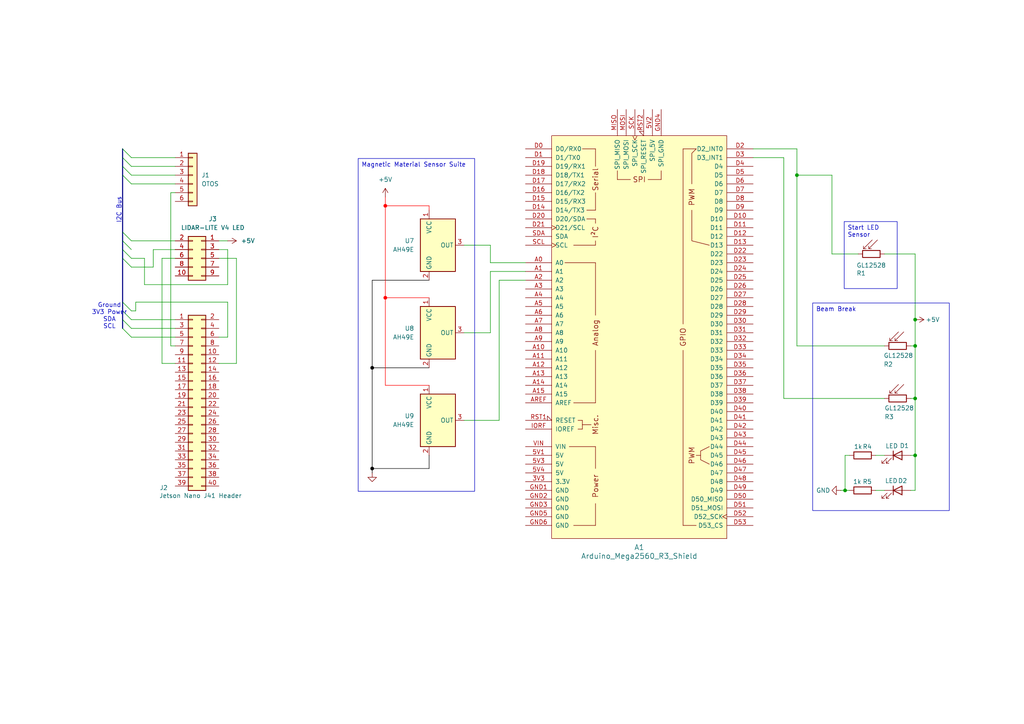
<source format=kicad_sch>
(kicad_sch
	(version 20231120)
	(generator "eeschema")
	(generator_version "8.0")
	(uuid "4f340d01-a826-4e9a-851a-508d8c20b8f8")
	(paper "A4")
	(title_block
		(title "SECON Robot Sensors Subsystem")
		(date "2024-11-21")
		(rev "V1")
	)
	(lib_symbols
		(symbol "Connector_Generic:Conn_01x06"
			(pin_names
				(offset 1.016) hide)
			(exclude_from_sim no)
			(in_bom yes)
			(on_board yes)
			(property "Reference" "J"
				(at 0 7.62 0)
				(effects
					(font
						(size 1.27 1.27)
					)
				)
			)
			(property "Value" "Conn_01x06"
				(at 0 -10.16 0)
				(effects
					(font
						(size 1.27 1.27)
					)
				)
			)
			(property "Footprint" ""
				(at 0 0 0)
				(effects
					(font
						(size 1.27 1.27)
					)
					(hide yes)
				)
			)
			(property "Datasheet" "~"
				(at 0 0 0)
				(effects
					(font
						(size 1.27 1.27)
					)
					(hide yes)
				)
			)
			(property "Description" "Generic connector, single row, 01x06, script generated (kicad-library-utils/schlib/autogen/connector/)"
				(at 0 0 0)
				(effects
					(font
						(size 1.27 1.27)
					)
					(hide yes)
				)
			)
			(property "ki_keywords" "connector"
				(at 0 0 0)
				(effects
					(font
						(size 1.27 1.27)
					)
					(hide yes)
				)
			)
			(property "ki_fp_filters" "Connector*:*_1x??_*"
				(at 0 0 0)
				(effects
					(font
						(size 1.27 1.27)
					)
					(hide yes)
				)
			)
			(symbol "Conn_01x06_1_1"
				(rectangle
					(start -1.27 -7.493)
					(end 0 -7.747)
					(stroke
						(width 0.1524)
						(type default)
					)
					(fill
						(type none)
					)
				)
				(rectangle
					(start -1.27 -4.953)
					(end 0 -5.207)
					(stroke
						(width 0.1524)
						(type default)
					)
					(fill
						(type none)
					)
				)
				(rectangle
					(start -1.27 -2.413)
					(end 0 -2.667)
					(stroke
						(width 0.1524)
						(type default)
					)
					(fill
						(type none)
					)
				)
				(rectangle
					(start -1.27 0.127)
					(end 0 -0.127)
					(stroke
						(width 0.1524)
						(type default)
					)
					(fill
						(type none)
					)
				)
				(rectangle
					(start -1.27 2.667)
					(end 0 2.413)
					(stroke
						(width 0.1524)
						(type default)
					)
					(fill
						(type none)
					)
				)
				(rectangle
					(start -1.27 5.207)
					(end 0 4.953)
					(stroke
						(width 0.1524)
						(type default)
					)
					(fill
						(type none)
					)
				)
				(rectangle
					(start -1.27 6.35)
					(end 1.27 -8.89)
					(stroke
						(width 0.254)
						(type default)
					)
					(fill
						(type background)
					)
				)
				(pin passive line
					(at -5.08 5.08 0)
					(length 3.81)
					(name "Pin_1"
						(effects
							(font
								(size 1.27 1.27)
							)
						)
					)
					(number "1"
						(effects
							(font
								(size 1.27 1.27)
							)
						)
					)
				)
				(pin passive line
					(at -5.08 2.54 0)
					(length 3.81)
					(name "Pin_2"
						(effects
							(font
								(size 1.27 1.27)
							)
						)
					)
					(number "2"
						(effects
							(font
								(size 1.27 1.27)
							)
						)
					)
				)
				(pin passive line
					(at -5.08 0 0)
					(length 3.81)
					(name "Pin_3"
						(effects
							(font
								(size 1.27 1.27)
							)
						)
					)
					(number "3"
						(effects
							(font
								(size 1.27 1.27)
							)
						)
					)
				)
				(pin passive line
					(at -5.08 -2.54 0)
					(length 3.81)
					(name "Pin_4"
						(effects
							(font
								(size 1.27 1.27)
							)
						)
					)
					(number "4"
						(effects
							(font
								(size 1.27 1.27)
							)
						)
					)
				)
				(pin passive line
					(at -5.08 -5.08 0)
					(length 3.81)
					(name "Pin_5"
						(effects
							(font
								(size 1.27 1.27)
							)
						)
					)
					(number "5"
						(effects
							(font
								(size 1.27 1.27)
							)
						)
					)
				)
				(pin passive line
					(at -5.08 -7.62 0)
					(length 3.81)
					(name "Pin_6"
						(effects
							(font
								(size 1.27 1.27)
							)
						)
					)
					(number "6"
						(effects
							(font
								(size 1.27 1.27)
							)
						)
					)
				)
			)
		)
		(symbol "Connector_Generic:Conn_02x05_Odd_Even"
			(pin_names
				(offset 1.016) hide)
			(exclude_from_sim no)
			(in_bom yes)
			(on_board yes)
			(property "Reference" "J"
				(at 1.27 7.62 0)
				(effects
					(font
						(size 1.27 1.27)
					)
				)
			)
			(property "Value" "Conn_02x05_Odd_Even"
				(at 1.27 -7.62 0)
				(effects
					(font
						(size 1.27 1.27)
					)
				)
			)
			(property "Footprint" ""
				(at 0 0 0)
				(effects
					(font
						(size 1.27 1.27)
					)
					(hide yes)
				)
			)
			(property "Datasheet" "~"
				(at 0 0 0)
				(effects
					(font
						(size 1.27 1.27)
					)
					(hide yes)
				)
			)
			(property "Description" "Generic connector, double row, 02x05, odd/even pin numbering scheme (row 1 odd numbers, row 2 even numbers), script generated (kicad-library-utils/schlib/autogen/connector/)"
				(at 0 0 0)
				(effects
					(font
						(size 1.27 1.27)
					)
					(hide yes)
				)
			)
			(property "ki_keywords" "connector"
				(at 0 0 0)
				(effects
					(font
						(size 1.27 1.27)
					)
					(hide yes)
				)
			)
			(property "ki_fp_filters" "Connector*:*_2x??_*"
				(at 0 0 0)
				(effects
					(font
						(size 1.27 1.27)
					)
					(hide yes)
				)
			)
			(symbol "Conn_02x05_Odd_Even_1_1"
				(rectangle
					(start -1.27 -4.953)
					(end 0 -5.207)
					(stroke
						(width 0.1524)
						(type default)
					)
					(fill
						(type none)
					)
				)
				(rectangle
					(start -1.27 -2.413)
					(end 0 -2.667)
					(stroke
						(width 0.1524)
						(type default)
					)
					(fill
						(type none)
					)
				)
				(rectangle
					(start -1.27 0.127)
					(end 0 -0.127)
					(stroke
						(width 0.1524)
						(type default)
					)
					(fill
						(type none)
					)
				)
				(rectangle
					(start -1.27 2.667)
					(end 0 2.413)
					(stroke
						(width 0.1524)
						(type default)
					)
					(fill
						(type none)
					)
				)
				(rectangle
					(start -1.27 5.207)
					(end 0 4.953)
					(stroke
						(width 0.1524)
						(type default)
					)
					(fill
						(type none)
					)
				)
				(rectangle
					(start -1.27 6.35)
					(end 3.81 -6.35)
					(stroke
						(width 0.254)
						(type default)
					)
					(fill
						(type background)
					)
				)
				(rectangle
					(start 3.81 -4.953)
					(end 2.54 -5.207)
					(stroke
						(width 0.1524)
						(type default)
					)
					(fill
						(type none)
					)
				)
				(rectangle
					(start 3.81 -2.413)
					(end 2.54 -2.667)
					(stroke
						(width 0.1524)
						(type default)
					)
					(fill
						(type none)
					)
				)
				(rectangle
					(start 3.81 0.127)
					(end 2.54 -0.127)
					(stroke
						(width 0.1524)
						(type default)
					)
					(fill
						(type none)
					)
				)
				(rectangle
					(start 3.81 2.667)
					(end 2.54 2.413)
					(stroke
						(width 0.1524)
						(type default)
					)
					(fill
						(type none)
					)
				)
				(rectangle
					(start 3.81 5.207)
					(end 2.54 4.953)
					(stroke
						(width 0.1524)
						(type default)
					)
					(fill
						(type none)
					)
				)
				(pin passive line
					(at -5.08 5.08 0)
					(length 3.81)
					(name "Pin_1"
						(effects
							(font
								(size 1.27 1.27)
							)
						)
					)
					(number "1"
						(effects
							(font
								(size 1.27 1.27)
							)
						)
					)
				)
				(pin passive line
					(at 7.62 -5.08 180)
					(length 3.81)
					(name "Pin_10"
						(effects
							(font
								(size 1.27 1.27)
							)
						)
					)
					(number "10"
						(effects
							(font
								(size 1.27 1.27)
							)
						)
					)
				)
				(pin passive line
					(at 7.62 5.08 180)
					(length 3.81)
					(name "Pin_2"
						(effects
							(font
								(size 1.27 1.27)
							)
						)
					)
					(number "2"
						(effects
							(font
								(size 1.27 1.27)
							)
						)
					)
				)
				(pin passive line
					(at -5.08 2.54 0)
					(length 3.81)
					(name "Pin_3"
						(effects
							(font
								(size 1.27 1.27)
							)
						)
					)
					(number "3"
						(effects
							(font
								(size 1.27 1.27)
							)
						)
					)
				)
				(pin passive line
					(at 7.62 2.54 180)
					(length 3.81)
					(name "Pin_4"
						(effects
							(font
								(size 1.27 1.27)
							)
						)
					)
					(number "4"
						(effects
							(font
								(size 1.27 1.27)
							)
						)
					)
				)
				(pin passive line
					(at -5.08 0 0)
					(length 3.81)
					(name "Pin_5"
						(effects
							(font
								(size 1.27 1.27)
							)
						)
					)
					(number "5"
						(effects
							(font
								(size 1.27 1.27)
							)
						)
					)
				)
				(pin passive line
					(at 7.62 0 180)
					(length 3.81)
					(name "Pin_6"
						(effects
							(font
								(size 1.27 1.27)
							)
						)
					)
					(number "6"
						(effects
							(font
								(size 1.27 1.27)
							)
						)
					)
				)
				(pin passive line
					(at -5.08 -2.54 0)
					(length 3.81)
					(name "Pin_7"
						(effects
							(font
								(size 1.27 1.27)
							)
						)
					)
					(number "7"
						(effects
							(font
								(size 1.27 1.27)
							)
						)
					)
				)
				(pin passive line
					(at 7.62 -2.54 180)
					(length 3.81)
					(name "Pin_8"
						(effects
							(font
								(size 1.27 1.27)
							)
						)
					)
					(number "8"
						(effects
							(font
								(size 1.27 1.27)
							)
						)
					)
				)
				(pin passive line
					(at -5.08 -5.08 0)
					(length 3.81)
					(name "Pin_9"
						(effects
							(font
								(size 1.27 1.27)
							)
						)
					)
					(number "9"
						(effects
							(font
								(size 1.27 1.27)
							)
						)
					)
				)
			)
		)
		(symbol "Connector_Generic:Conn_02x20_Odd_Even"
			(pin_names
				(offset 1.016) hide)
			(exclude_from_sim no)
			(in_bom yes)
			(on_board yes)
			(property "Reference" "J"
				(at 1.27 25.4 0)
				(effects
					(font
						(size 1.27 1.27)
					)
				)
			)
			(property "Value" "Conn_02x20_Odd_Even"
				(at 1.27 -27.94 0)
				(effects
					(font
						(size 1.27 1.27)
					)
				)
			)
			(property "Footprint" ""
				(at 0 0 0)
				(effects
					(font
						(size 1.27 1.27)
					)
					(hide yes)
				)
			)
			(property "Datasheet" "~"
				(at 0 0 0)
				(effects
					(font
						(size 1.27 1.27)
					)
					(hide yes)
				)
			)
			(property "Description" "Generic connector, double row, 02x20, odd/even pin numbering scheme (row 1 odd numbers, row 2 even numbers), script generated (kicad-library-utils/schlib/autogen/connector/)"
				(at 0 0 0)
				(effects
					(font
						(size 1.27 1.27)
					)
					(hide yes)
				)
			)
			(property "ki_keywords" "connector"
				(at 0 0 0)
				(effects
					(font
						(size 1.27 1.27)
					)
					(hide yes)
				)
			)
			(property "ki_fp_filters" "Connector*:*_2x??_*"
				(at 0 0 0)
				(effects
					(font
						(size 1.27 1.27)
					)
					(hide yes)
				)
			)
			(symbol "Conn_02x20_Odd_Even_1_1"
				(rectangle
					(start -1.27 -25.273)
					(end 0 -25.527)
					(stroke
						(width 0.1524)
						(type default)
					)
					(fill
						(type none)
					)
				)
				(rectangle
					(start -1.27 -22.733)
					(end 0 -22.987)
					(stroke
						(width 0.1524)
						(type default)
					)
					(fill
						(type none)
					)
				)
				(rectangle
					(start -1.27 -20.193)
					(end 0 -20.447)
					(stroke
						(width 0.1524)
						(type default)
					)
					(fill
						(type none)
					)
				)
				(rectangle
					(start -1.27 -17.653)
					(end 0 -17.907)
					(stroke
						(width 0.1524)
						(type default)
					)
					(fill
						(type none)
					)
				)
				(rectangle
					(start -1.27 -15.113)
					(end 0 -15.367)
					(stroke
						(width 0.1524)
						(type default)
					)
					(fill
						(type none)
					)
				)
				(rectangle
					(start -1.27 -12.573)
					(end 0 -12.827)
					(stroke
						(width 0.1524)
						(type default)
					)
					(fill
						(type none)
					)
				)
				(rectangle
					(start -1.27 -10.033)
					(end 0 -10.287)
					(stroke
						(width 0.1524)
						(type default)
					)
					(fill
						(type none)
					)
				)
				(rectangle
					(start -1.27 -7.493)
					(end 0 -7.747)
					(stroke
						(width 0.1524)
						(type default)
					)
					(fill
						(type none)
					)
				)
				(rectangle
					(start -1.27 -4.953)
					(end 0 -5.207)
					(stroke
						(width 0.1524)
						(type default)
					)
					(fill
						(type none)
					)
				)
				(rectangle
					(start -1.27 -2.413)
					(end 0 -2.667)
					(stroke
						(width 0.1524)
						(type default)
					)
					(fill
						(type none)
					)
				)
				(rectangle
					(start -1.27 0.127)
					(end 0 -0.127)
					(stroke
						(width 0.1524)
						(type default)
					)
					(fill
						(type none)
					)
				)
				(rectangle
					(start -1.27 2.667)
					(end 0 2.413)
					(stroke
						(width 0.1524)
						(type default)
					)
					(fill
						(type none)
					)
				)
				(rectangle
					(start -1.27 5.207)
					(end 0 4.953)
					(stroke
						(width 0.1524)
						(type default)
					)
					(fill
						(type none)
					)
				)
				(rectangle
					(start -1.27 7.747)
					(end 0 7.493)
					(stroke
						(width 0.1524)
						(type default)
					)
					(fill
						(type none)
					)
				)
				(rectangle
					(start -1.27 10.287)
					(end 0 10.033)
					(stroke
						(width 0.1524)
						(type default)
					)
					(fill
						(type none)
					)
				)
				(rectangle
					(start -1.27 12.827)
					(end 0 12.573)
					(stroke
						(width 0.1524)
						(type default)
					)
					(fill
						(type none)
					)
				)
				(rectangle
					(start -1.27 15.367)
					(end 0 15.113)
					(stroke
						(width 0.1524)
						(type default)
					)
					(fill
						(type none)
					)
				)
				(rectangle
					(start -1.27 17.907)
					(end 0 17.653)
					(stroke
						(width 0.1524)
						(type default)
					)
					(fill
						(type none)
					)
				)
				(rectangle
					(start -1.27 20.447)
					(end 0 20.193)
					(stroke
						(width 0.1524)
						(type default)
					)
					(fill
						(type none)
					)
				)
				(rectangle
					(start -1.27 22.987)
					(end 0 22.733)
					(stroke
						(width 0.1524)
						(type default)
					)
					(fill
						(type none)
					)
				)
				(rectangle
					(start -1.27 24.13)
					(end 3.81 -26.67)
					(stroke
						(width 0.254)
						(type default)
					)
					(fill
						(type background)
					)
				)
				(rectangle
					(start 3.81 -25.273)
					(end 2.54 -25.527)
					(stroke
						(width 0.1524)
						(type default)
					)
					(fill
						(type none)
					)
				)
				(rectangle
					(start 3.81 -22.733)
					(end 2.54 -22.987)
					(stroke
						(width 0.1524)
						(type default)
					)
					(fill
						(type none)
					)
				)
				(rectangle
					(start 3.81 -20.193)
					(end 2.54 -20.447)
					(stroke
						(width 0.1524)
						(type default)
					)
					(fill
						(type none)
					)
				)
				(rectangle
					(start 3.81 -17.653)
					(end 2.54 -17.907)
					(stroke
						(width 0.1524)
						(type default)
					)
					(fill
						(type none)
					)
				)
				(rectangle
					(start 3.81 -15.113)
					(end 2.54 -15.367)
					(stroke
						(width 0.1524)
						(type default)
					)
					(fill
						(type none)
					)
				)
				(rectangle
					(start 3.81 -12.573)
					(end 2.54 -12.827)
					(stroke
						(width 0.1524)
						(type default)
					)
					(fill
						(type none)
					)
				)
				(rectangle
					(start 3.81 -10.033)
					(end 2.54 -10.287)
					(stroke
						(width 0.1524)
						(type default)
					)
					(fill
						(type none)
					)
				)
				(rectangle
					(start 3.81 -7.493)
					(end 2.54 -7.747)
					(stroke
						(width 0.1524)
						(type default)
					)
					(fill
						(type none)
					)
				)
				(rectangle
					(start 3.81 -4.953)
					(end 2.54 -5.207)
					(stroke
						(width 0.1524)
						(type default)
					)
					(fill
						(type none)
					)
				)
				(rectangle
					(start 3.81 -2.413)
					(end 2.54 -2.667)
					(stroke
						(width 0.1524)
						(type default)
					)
					(fill
						(type none)
					)
				)
				(rectangle
					(start 3.81 0.127)
					(end 2.54 -0.127)
					(stroke
						(width 0.1524)
						(type default)
					)
					(fill
						(type none)
					)
				)
				(rectangle
					(start 3.81 2.667)
					(end 2.54 2.413)
					(stroke
						(width 0.1524)
						(type default)
					)
					(fill
						(type none)
					)
				)
				(rectangle
					(start 3.81 5.207)
					(end 2.54 4.953)
					(stroke
						(width 0.1524)
						(type default)
					)
					(fill
						(type none)
					)
				)
				(rectangle
					(start 3.81 7.747)
					(end 2.54 7.493)
					(stroke
						(width 0.1524)
						(type default)
					)
					(fill
						(type none)
					)
				)
				(rectangle
					(start 3.81 10.287)
					(end 2.54 10.033)
					(stroke
						(width 0.1524)
						(type default)
					)
					(fill
						(type none)
					)
				)
				(rectangle
					(start 3.81 12.827)
					(end 2.54 12.573)
					(stroke
						(width 0.1524)
						(type default)
					)
					(fill
						(type none)
					)
				)
				(rectangle
					(start 3.81 15.367)
					(end 2.54 15.113)
					(stroke
						(width 0.1524)
						(type default)
					)
					(fill
						(type none)
					)
				)
				(rectangle
					(start 3.81 17.907)
					(end 2.54 17.653)
					(stroke
						(width 0.1524)
						(type default)
					)
					(fill
						(type none)
					)
				)
				(rectangle
					(start 3.81 20.447)
					(end 2.54 20.193)
					(stroke
						(width 0.1524)
						(type default)
					)
					(fill
						(type none)
					)
				)
				(rectangle
					(start 3.81 22.987)
					(end 2.54 22.733)
					(stroke
						(width 0.1524)
						(type default)
					)
					(fill
						(type none)
					)
				)
				(pin passive line
					(at -5.08 22.86 0)
					(length 3.81)
					(name "Pin_1"
						(effects
							(font
								(size 1.27 1.27)
							)
						)
					)
					(number "1"
						(effects
							(font
								(size 1.27 1.27)
							)
						)
					)
				)
				(pin passive line
					(at 7.62 12.7 180)
					(length 3.81)
					(name "Pin_10"
						(effects
							(font
								(size 1.27 1.27)
							)
						)
					)
					(number "10"
						(effects
							(font
								(size 1.27 1.27)
							)
						)
					)
				)
				(pin passive line
					(at -5.08 10.16 0)
					(length 3.81)
					(name "Pin_11"
						(effects
							(font
								(size 1.27 1.27)
							)
						)
					)
					(number "11"
						(effects
							(font
								(size 1.27 1.27)
							)
						)
					)
				)
				(pin passive line
					(at 7.62 10.16 180)
					(length 3.81)
					(name "Pin_12"
						(effects
							(font
								(size 1.27 1.27)
							)
						)
					)
					(number "12"
						(effects
							(font
								(size 1.27 1.27)
							)
						)
					)
				)
				(pin passive line
					(at -5.08 7.62 0)
					(length 3.81)
					(name "Pin_13"
						(effects
							(font
								(size 1.27 1.27)
							)
						)
					)
					(number "13"
						(effects
							(font
								(size 1.27 1.27)
							)
						)
					)
				)
				(pin passive line
					(at 7.62 7.62 180)
					(length 3.81)
					(name "Pin_14"
						(effects
							(font
								(size 1.27 1.27)
							)
						)
					)
					(number "14"
						(effects
							(font
								(size 1.27 1.27)
							)
						)
					)
				)
				(pin passive line
					(at -5.08 5.08 0)
					(length 3.81)
					(name "Pin_15"
						(effects
							(font
								(size 1.27 1.27)
							)
						)
					)
					(number "15"
						(effects
							(font
								(size 1.27 1.27)
							)
						)
					)
				)
				(pin passive line
					(at 7.62 5.08 180)
					(length 3.81)
					(name "Pin_16"
						(effects
							(font
								(size 1.27 1.27)
							)
						)
					)
					(number "16"
						(effects
							(font
								(size 1.27 1.27)
							)
						)
					)
				)
				(pin passive line
					(at -5.08 2.54 0)
					(length 3.81)
					(name "Pin_17"
						(effects
							(font
								(size 1.27 1.27)
							)
						)
					)
					(number "17"
						(effects
							(font
								(size 1.27 1.27)
							)
						)
					)
				)
				(pin passive line
					(at 7.62 2.54 180)
					(length 3.81)
					(name "Pin_18"
						(effects
							(font
								(size 1.27 1.27)
							)
						)
					)
					(number "18"
						(effects
							(font
								(size 1.27 1.27)
							)
						)
					)
				)
				(pin passive line
					(at -5.08 0 0)
					(length 3.81)
					(name "Pin_19"
						(effects
							(font
								(size 1.27 1.27)
							)
						)
					)
					(number "19"
						(effects
							(font
								(size 1.27 1.27)
							)
						)
					)
				)
				(pin passive line
					(at 7.62 22.86 180)
					(length 3.81)
					(name "Pin_2"
						(effects
							(font
								(size 1.27 1.27)
							)
						)
					)
					(number "2"
						(effects
							(font
								(size 1.27 1.27)
							)
						)
					)
				)
				(pin passive line
					(at 7.62 0 180)
					(length 3.81)
					(name "Pin_20"
						(effects
							(font
								(size 1.27 1.27)
							)
						)
					)
					(number "20"
						(effects
							(font
								(size 1.27 1.27)
							)
						)
					)
				)
				(pin passive line
					(at -5.08 -2.54 0)
					(length 3.81)
					(name "Pin_21"
						(effects
							(font
								(size 1.27 1.27)
							)
						)
					)
					(number "21"
						(effects
							(font
								(size 1.27 1.27)
							)
						)
					)
				)
				(pin passive line
					(at 7.62 -2.54 180)
					(length 3.81)
					(name "Pin_22"
						(effects
							(font
								(size 1.27 1.27)
							)
						)
					)
					(number "22"
						(effects
							(font
								(size 1.27 1.27)
							)
						)
					)
				)
				(pin passive line
					(at -5.08 -5.08 0)
					(length 3.81)
					(name "Pin_23"
						(effects
							(font
								(size 1.27 1.27)
							)
						)
					)
					(number "23"
						(effects
							(font
								(size 1.27 1.27)
							)
						)
					)
				)
				(pin passive line
					(at 7.62 -5.08 180)
					(length 3.81)
					(name "Pin_24"
						(effects
							(font
								(size 1.27 1.27)
							)
						)
					)
					(number "24"
						(effects
							(font
								(size 1.27 1.27)
							)
						)
					)
				)
				(pin passive line
					(at -5.08 -7.62 0)
					(length 3.81)
					(name "Pin_25"
						(effects
							(font
								(size 1.27 1.27)
							)
						)
					)
					(number "25"
						(effects
							(font
								(size 1.27 1.27)
							)
						)
					)
				)
				(pin passive line
					(at 7.62 -7.62 180)
					(length 3.81)
					(name "Pin_26"
						(effects
							(font
								(size 1.27 1.27)
							)
						)
					)
					(number "26"
						(effects
							(font
								(size 1.27 1.27)
							)
						)
					)
				)
				(pin passive line
					(at -5.08 -10.16 0)
					(length 3.81)
					(name "Pin_27"
						(effects
							(font
								(size 1.27 1.27)
							)
						)
					)
					(number "27"
						(effects
							(font
								(size 1.27 1.27)
							)
						)
					)
				)
				(pin passive line
					(at 7.62 -10.16 180)
					(length 3.81)
					(name "Pin_28"
						(effects
							(font
								(size 1.27 1.27)
							)
						)
					)
					(number "28"
						(effects
							(font
								(size 1.27 1.27)
							)
						)
					)
				)
				(pin passive line
					(at -5.08 -12.7 0)
					(length 3.81)
					(name "Pin_29"
						(effects
							(font
								(size 1.27 1.27)
							)
						)
					)
					(number "29"
						(effects
							(font
								(size 1.27 1.27)
							)
						)
					)
				)
				(pin passive line
					(at -5.08 20.32 0)
					(length 3.81)
					(name "Pin_3"
						(effects
							(font
								(size 1.27 1.27)
							)
						)
					)
					(number "3"
						(effects
							(font
								(size 1.27 1.27)
							)
						)
					)
				)
				(pin passive line
					(at 7.62 -12.7 180)
					(length 3.81)
					(name "Pin_30"
						(effects
							(font
								(size 1.27 1.27)
							)
						)
					)
					(number "30"
						(effects
							(font
								(size 1.27 1.27)
							)
						)
					)
				)
				(pin passive line
					(at -5.08 -15.24 0)
					(length 3.81)
					(name "Pin_31"
						(effects
							(font
								(size 1.27 1.27)
							)
						)
					)
					(number "31"
						(effects
							(font
								(size 1.27 1.27)
							)
						)
					)
				)
				(pin passive line
					(at 7.62 -15.24 180)
					(length 3.81)
					(name "Pin_32"
						(effects
							(font
								(size 1.27 1.27)
							)
						)
					)
					(number "32"
						(effects
							(font
								(size 1.27 1.27)
							)
						)
					)
				)
				(pin passive line
					(at -5.08 -17.78 0)
					(length 3.81)
					(name "Pin_33"
						(effects
							(font
								(size 1.27 1.27)
							)
						)
					)
					(number "33"
						(effects
							(font
								(size 1.27 1.27)
							)
						)
					)
				)
				(pin passive line
					(at 7.62 -17.78 180)
					(length 3.81)
					(name "Pin_34"
						(effects
							(font
								(size 1.27 1.27)
							)
						)
					)
					(number "34"
						(effects
							(font
								(size 1.27 1.27)
							)
						)
					)
				)
				(pin passive line
					(at -5.08 -20.32 0)
					(length 3.81)
					(name "Pin_35"
						(effects
							(font
								(size 1.27 1.27)
							)
						)
					)
					(number "35"
						(effects
							(font
								(size 1.27 1.27)
							)
						)
					)
				)
				(pin passive line
					(at 7.62 -20.32 180)
					(length 3.81)
					(name "Pin_36"
						(effects
							(font
								(size 1.27 1.27)
							)
						)
					)
					(number "36"
						(effects
							(font
								(size 1.27 1.27)
							)
						)
					)
				)
				(pin passive line
					(at -5.08 -22.86 0)
					(length 3.81)
					(name "Pin_37"
						(effects
							(font
								(size 1.27 1.27)
							)
						)
					)
					(number "37"
						(effects
							(font
								(size 1.27 1.27)
							)
						)
					)
				)
				(pin passive line
					(at 7.62 -22.86 180)
					(length 3.81)
					(name "Pin_38"
						(effects
							(font
								(size 1.27 1.27)
							)
						)
					)
					(number "38"
						(effects
							(font
								(size 1.27 1.27)
							)
						)
					)
				)
				(pin passive line
					(at -5.08 -25.4 0)
					(length 3.81)
					(name "Pin_39"
						(effects
							(font
								(size 1.27 1.27)
							)
						)
					)
					(number "39"
						(effects
							(font
								(size 1.27 1.27)
							)
						)
					)
				)
				(pin passive line
					(at 7.62 20.32 180)
					(length 3.81)
					(name "Pin_4"
						(effects
							(font
								(size 1.27 1.27)
							)
						)
					)
					(number "4"
						(effects
							(font
								(size 1.27 1.27)
							)
						)
					)
				)
				(pin passive line
					(at 7.62 -25.4 180)
					(length 3.81)
					(name "Pin_40"
						(effects
							(font
								(size 1.27 1.27)
							)
						)
					)
					(number "40"
						(effects
							(font
								(size 1.27 1.27)
							)
						)
					)
				)
				(pin passive line
					(at -5.08 17.78 0)
					(length 3.81)
					(name "Pin_5"
						(effects
							(font
								(size 1.27 1.27)
							)
						)
					)
					(number "5"
						(effects
							(font
								(size 1.27 1.27)
							)
						)
					)
				)
				(pin passive line
					(at 7.62 17.78 180)
					(length 3.81)
					(name "Pin_6"
						(effects
							(font
								(size 1.27 1.27)
							)
						)
					)
					(number "6"
						(effects
							(font
								(size 1.27 1.27)
							)
						)
					)
				)
				(pin passive line
					(at -5.08 15.24 0)
					(length 3.81)
					(name "Pin_7"
						(effects
							(font
								(size 1.27 1.27)
							)
						)
					)
					(number "7"
						(effects
							(font
								(size 1.27 1.27)
							)
						)
					)
				)
				(pin passive line
					(at 7.62 15.24 180)
					(length 3.81)
					(name "Pin_8"
						(effects
							(font
								(size 1.27 1.27)
							)
						)
					)
					(number "8"
						(effects
							(font
								(size 1.27 1.27)
							)
						)
					)
				)
				(pin passive line
					(at -5.08 12.7 0)
					(length 3.81)
					(name "Pin_9"
						(effects
							(font
								(size 1.27 1.27)
							)
						)
					)
					(number "9"
						(effects
							(font
								(size 1.27 1.27)
							)
						)
					)
				)
			)
		)
		(symbol "Device:LED"
			(pin_numbers hide)
			(pin_names
				(offset 1.016) hide)
			(exclude_from_sim no)
			(in_bom yes)
			(on_board yes)
			(property "Reference" "D"
				(at 0 2.54 0)
				(effects
					(font
						(size 1.27 1.27)
					)
				)
			)
			(property "Value" "LED"
				(at 0 -2.54 0)
				(effects
					(font
						(size 1.27 1.27)
					)
				)
			)
			(property "Footprint" ""
				(at 0 0 0)
				(effects
					(font
						(size 1.27 1.27)
					)
					(hide yes)
				)
			)
			(property "Datasheet" "~"
				(at 0 0 0)
				(effects
					(font
						(size 1.27 1.27)
					)
					(hide yes)
				)
			)
			(property "Description" "Light emitting diode"
				(at 0 0 0)
				(effects
					(font
						(size 1.27 1.27)
					)
					(hide yes)
				)
			)
			(property "ki_keywords" "LED diode"
				(at 0 0 0)
				(effects
					(font
						(size 1.27 1.27)
					)
					(hide yes)
				)
			)
			(property "ki_fp_filters" "LED* LED_SMD:* LED_THT:*"
				(at 0 0 0)
				(effects
					(font
						(size 1.27 1.27)
					)
					(hide yes)
				)
			)
			(symbol "LED_0_1"
				(polyline
					(pts
						(xy -1.27 -1.27) (xy -1.27 1.27)
					)
					(stroke
						(width 0.254)
						(type default)
					)
					(fill
						(type none)
					)
				)
				(polyline
					(pts
						(xy -1.27 0) (xy 1.27 0)
					)
					(stroke
						(width 0)
						(type default)
					)
					(fill
						(type none)
					)
				)
				(polyline
					(pts
						(xy 1.27 -1.27) (xy 1.27 1.27) (xy -1.27 0) (xy 1.27 -1.27)
					)
					(stroke
						(width 0.254)
						(type default)
					)
					(fill
						(type none)
					)
				)
				(polyline
					(pts
						(xy -3.048 -0.762) (xy -4.572 -2.286) (xy -3.81 -2.286) (xy -4.572 -2.286) (xy -4.572 -1.524)
					)
					(stroke
						(width 0)
						(type default)
					)
					(fill
						(type none)
					)
				)
				(polyline
					(pts
						(xy -1.778 -0.762) (xy -3.302 -2.286) (xy -2.54 -2.286) (xy -3.302 -2.286) (xy -3.302 -1.524)
					)
					(stroke
						(width 0)
						(type default)
					)
					(fill
						(type none)
					)
				)
			)
			(symbol "LED_1_1"
				(pin passive line
					(at -3.81 0 0)
					(length 2.54)
					(name "K"
						(effects
							(font
								(size 1.27 1.27)
							)
						)
					)
					(number "1"
						(effects
							(font
								(size 1.27 1.27)
							)
						)
					)
				)
				(pin passive line
					(at 3.81 0 180)
					(length 2.54)
					(name "A"
						(effects
							(font
								(size 1.27 1.27)
							)
						)
					)
					(number "2"
						(effects
							(font
								(size 1.27 1.27)
							)
						)
					)
				)
			)
		)
		(symbol "Device:R"
			(pin_numbers hide)
			(pin_names
				(offset 0)
			)
			(exclude_from_sim no)
			(in_bom yes)
			(on_board yes)
			(property "Reference" "R"
				(at 2.032 0 90)
				(effects
					(font
						(size 1.27 1.27)
					)
				)
			)
			(property "Value" "R"
				(at 0 0 90)
				(effects
					(font
						(size 1.27 1.27)
					)
				)
			)
			(property "Footprint" ""
				(at -1.778 0 90)
				(effects
					(font
						(size 1.27 1.27)
					)
					(hide yes)
				)
			)
			(property "Datasheet" "~"
				(at 0 0 0)
				(effects
					(font
						(size 1.27 1.27)
					)
					(hide yes)
				)
			)
			(property "Description" "Resistor"
				(at 0 0 0)
				(effects
					(font
						(size 1.27 1.27)
					)
					(hide yes)
				)
			)
			(property "ki_keywords" "R res resistor"
				(at 0 0 0)
				(effects
					(font
						(size 1.27 1.27)
					)
					(hide yes)
				)
			)
			(property "ki_fp_filters" "R_*"
				(at 0 0 0)
				(effects
					(font
						(size 1.27 1.27)
					)
					(hide yes)
				)
			)
			(symbol "R_0_1"
				(rectangle
					(start -1.016 -2.54)
					(end 1.016 2.54)
					(stroke
						(width 0.254)
						(type default)
					)
					(fill
						(type none)
					)
				)
			)
			(symbol "R_1_1"
				(pin passive line
					(at 0 3.81 270)
					(length 1.27)
					(name "~"
						(effects
							(font
								(size 1.27 1.27)
							)
						)
					)
					(number "1"
						(effects
							(font
								(size 1.27 1.27)
							)
						)
					)
				)
				(pin passive line
					(at 0 -3.81 90)
					(length 1.27)
					(name "~"
						(effects
							(font
								(size 1.27 1.27)
							)
						)
					)
					(number "2"
						(effects
							(font
								(size 1.27 1.27)
							)
						)
					)
				)
			)
		)
		(symbol "Device:R_Photo"
			(pin_numbers hide)
			(pin_names
				(offset 0)
			)
			(exclude_from_sim no)
			(in_bom yes)
			(on_board yes)
			(property "Reference" "R"
				(at 1.27 1.27 0)
				(effects
					(font
						(size 1.27 1.27)
					)
					(justify left)
				)
			)
			(property "Value" "R_Photo"
				(at 1.27 0 0)
				(effects
					(font
						(size 1.27 1.27)
					)
					(justify left top)
				)
			)
			(property "Footprint" ""
				(at 1.27 -6.35 90)
				(effects
					(font
						(size 1.27 1.27)
					)
					(justify left)
					(hide yes)
				)
			)
			(property "Datasheet" "~"
				(at 0 -1.27 0)
				(effects
					(font
						(size 1.27 1.27)
					)
					(hide yes)
				)
			)
			(property "Description" "Photoresistor"
				(at 0 0 0)
				(effects
					(font
						(size 1.27 1.27)
					)
					(hide yes)
				)
			)
			(property "ki_keywords" "resistor variable light sensitive opto LDR"
				(at 0 0 0)
				(effects
					(font
						(size 1.27 1.27)
					)
					(hide yes)
				)
			)
			(property "ki_fp_filters" "*LDR* R?LDR*"
				(at 0 0 0)
				(effects
					(font
						(size 1.27 1.27)
					)
					(hide yes)
				)
			)
			(symbol "R_Photo_0_1"
				(rectangle
					(start -1.016 2.54)
					(end 1.016 -2.54)
					(stroke
						(width 0.254)
						(type default)
					)
					(fill
						(type none)
					)
				)
				(polyline
					(pts
						(xy -1.524 -2.286) (xy -4.064 0.254)
					)
					(stroke
						(width 0)
						(type default)
					)
					(fill
						(type none)
					)
				)
				(polyline
					(pts
						(xy -1.524 -2.286) (xy -2.286 -2.286)
					)
					(stroke
						(width 0)
						(type default)
					)
					(fill
						(type none)
					)
				)
				(polyline
					(pts
						(xy -1.524 -2.286) (xy -1.524 -1.524)
					)
					(stroke
						(width 0)
						(type default)
					)
					(fill
						(type none)
					)
				)
				(polyline
					(pts
						(xy -1.524 -0.762) (xy -4.064 1.778)
					)
					(stroke
						(width 0)
						(type default)
					)
					(fill
						(type none)
					)
				)
				(polyline
					(pts
						(xy -1.524 -0.762) (xy -2.286 -0.762)
					)
					(stroke
						(width 0)
						(type default)
					)
					(fill
						(type none)
					)
				)
				(polyline
					(pts
						(xy -1.524 -0.762) (xy -1.524 0)
					)
					(stroke
						(width 0)
						(type default)
					)
					(fill
						(type none)
					)
				)
			)
			(symbol "R_Photo_1_1"
				(pin passive line
					(at 0 3.81 270)
					(length 1.27)
					(name "~"
						(effects
							(font
								(size 1.27 1.27)
							)
						)
					)
					(number "1"
						(effects
							(font
								(size 1.27 1.27)
							)
						)
					)
				)
				(pin passive line
					(at 0 -3.81 90)
					(length 1.27)
					(name "~"
						(effects
							(font
								(size 1.27 1.27)
							)
						)
					)
					(number "2"
						(effects
							(font
								(size 1.27 1.27)
							)
						)
					)
				)
			)
		)
		(symbol "Sensor_Magnetic:DRV5033AJxLPG"
			(exclude_from_sim no)
			(in_bom yes)
			(on_board yes)
			(property "Reference" "U"
				(at 5.08 12.7 0)
				(effects
					(font
						(size 1.27 1.27)
					)
				)
			)
			(property "Value" "DRV5033AJxLPG"
				(at 7.62 10.16 0)
				(effects
					(font
						(size 1.27 1.27)
					)
				)
			)
			(property "Footprint" "Package_TO_SOT_THT:TO-92_Inline"
				(at 0 0 0)
				(effects
					(font
						(size 1.27 1.27)
					)
					(hide yes)
				)
			)
			(property "Datasheet" "https://www.ti.com/lit/ds/symlink/drv5033.pdf"
				(at 0 0 0)
				(effects
					(font
						(size 1.27 1.27)
					)
					(hide yes)
				)
			)
			(property "Description" "±6.9 / ±3.5 mT, 20-kHz, 2-38V, TO-92"
				(at 0 0 0)
				(effects
					(font
						(size 1.27 1.27)
					)
					(hide yes)
				)
			)
			(property "ki_keywords" "Digital Omnipolar Switch Hall Effect Sensor"
				(at 0 0 0)
				(effects
					(font
						(size 1.27 1.27)
					)
					(hide yes)
				)
			)
			(property "ki_fp_filters" "TO?92*"
				(at 0 0 0)
				(effects
					(font
						(size 1.27 1.27)
					)
					(hide yes)
				)
			)
			(symbol "DRV5033AJxLPG_1_1"
				(rectangle
					(start -5.08 7.62)
					(end 5.08 -7.62)
					(stroke
						(width 0.254)
						(type default)
					)
					(fill
						(type background)
					)
				)
				(pin power_in line
					(at -2.54 10.16 270)
					(length 2.54)
					(name "VCC"
						(effects
							(font
								(size 1.27 1.27)
							)
						)
					)
					(number "1"
						(effects
							(font
								(size 1.27 1.27)
							)
						)
					)
				)
				(pin power_in line
					(at -2.54 -10.16 90)
					(length 2.54)
					(name "GND"
						(effects
							(font
								(size 1.27 1.27)
							)
						)
					)
					(number "2"
						(effects
							(font
								(size 1.27 1.27)
							)
						)
					)
				)
				(pin output line
					(at 7.62 0 180)
					(length 2.54)
					(name "OUT"
						(effects
							(font
								(size 1.27 1.27)
							)
						)
					)
					(number "3"
						(effects
							(font
								(size 1.27 1.27)
							)
						)
					)
				)
			)
		)
		(symbol "arduino-library:Arduino_Mega2560_R3_Shield"
			(pin_names
				(offset 1.016)
			)
			(exclude_from_sim no)
			(in_bom yes)
			(on_board yes)
			(property "Reference" "A"
				(at 0 -62.23 0)
				(effects
					(font
						(size 1.524 1.524)
					)
				)
			)
			(property "Value" "Arduino_Mega2560_R3_Shield"
				(at 0 -66.04 0)
				(effects
					(font
						(size 1.524 1.524)
					)
				)
			)
			(property "Footprint" "PCM_arduino-library:Arduino_Mega2560_R3_Shield"
				(at 0 -73.66 0)
				(effects
					(font
						(size 1.524 1.524)
					)
					(hide yes)
				)
			)
			(property "Datasheet" "https://docs.arduino.cc/hardware/mega-2560"
				(at 0 -69.85 0)
				(effects
					(font
						(size 1.524 1.524)
					)
					(hide yes)
				)
			)
			(property "Description" "Shield for Arduino Mega 2560 R3"
				(at 0 0 0)
				(effects
					(font
						(size 1.27 1.27)
					)
					(hide yes)
				)
			)
			(property "ki_keywords" "Arduino MPU Shield"
				(at 0 0 0)
				(effects
					(font
						(size 1.27 1.27)
					)
					(hide yes)
				)
			)
			(property "ki_fp_filters" "Arduino_Mega2560_R3_Shield"
				(at 0 0 0)
				(effects
					(font
						(size 1.27 1.27)
					)
					(hide yes)
				)
			)
			(symbol "Arduino_Mega2560_R3_Shield_0_0"
				(rectangle
					(start -25.4 -58.42)
					(end 25.4 58.42)
					(stroke
						(width 0)
						(type default)
					)
					(fill
						(type background)
					)
				)
				(rectangle
					(start -20.32 -31.75)
					(end -12.7 -31.75)
					(stroke
						(width 0)
						(type default)
					)
					(fill
						(type none)
					)
				)
				(rectangle
					(start -19.05 -54.61)
					(end -12.7 -54.61)
					(stroke
						(width 0)
						(type default)
					)
					(fill
						(type none)
					)
				)
				(rectangle
					(start -19.05 -19.05)
					(end -12.7 -19.05)
					(stroke
						(width 0)
						(type default)
					)
					(fill
						(type none)
					)
				)
				(rectangle
					(start -19.05 26.67)
					(end -12.7 26.67)
					(stroke
						(width 0)
						(type default)
					)
					(fill
						(type none)
					)
				)
				(rectangle
					(start -17.78 -26.67)
					(end -16.51 -26.67)
					(stroke
						(width 0)
						(type default)
					)
					(fill
						(type none)
					)
				)
				(rectangle
					(start -17.78 -24.13)
					(end -16.51 -24.13)
					(stroke
						(width 0)
						(type default)
					)
					(fill
						(type none)
					)
				)
				(rectangle
					(start -16.51 -25.4)
					(end -13.97 -25.4)
					(stroke
						(width 0)
						(type default)
					)
					(fill
						(type none)
					)
				)
				(rectangle
					(start -16.51 -24.13)
					(end -16.51 -26.67)
					(stroke
						(width 0)
						(type default)
					)
					(fill
						(type none)
					)
				)
				(rectangle
					(start -16.51 54.61)
					(end -12.7 54.61)
					(stroke
						(width 0)
						(type default)
					)
					(fill
						(type none)
					)
				)
				(rectangle
					(start -15.24 34.29)
					(end -12.7 34.29)
					(stroke
						(width 0)
						(type default)
					)
					(fill
						(type none)
					)
				)
				(rectangle
					(start -15.24 36.83)
					(end -12.7 36.83)
					(stroke
						(width 0)
						(type default)
					)
					(fill
						(type none)
					)
				)
				(rectangle
					(start -12.7 -54.61)
					(end -12.7 -48.26)
					(stroke
						(width 0)
						(type default)
					)
					(fill
						(type none)
					)
				)
				(rectangle
					(start -12.7 -31.75)
					(end -12.7 -38.1)
					(stroke
						(width 0)
						(type default)
					)
					(fill
						(type none)
					)
				)
				(rectangle
					(start -12.7 26.67)
					(end -12.7 27.94)
					(stroke
						(width 0)
						(type default)
					)
					(fill
						(type none)
					)
				)
				(rectangle
					(start -12.7 34.29)
					(end -12.7 33.02)
					(stroke
						(width 0)
						(type default)
					)
					(fill
						(type none)
					)
				)
				(rectangle
					(start -12.7 41.91)
					(end -12.7 36.83)
					(stroke
						(width 0)
						(type default)
					)
					(fill
						(type none)
					)
				)
				(rectangle
					(start -12.7 49.53)
					(end -12.7 54.61)
					(stroke
						(width 0)
						(type default)
					)
					(fill
						(type none)
					)
				)
				(rectangle
					(start -6.35 48.26)
					(end -6.35 45.72)
					(stroke
						(width 0)
						(type default)
					)
					(fill
						(type none)
					)
				)
				(rectangle
					(start -2.54 45.72)
					(end -6.35 45.72)
					(stroke
						(width 0)
						(type default)
					)
					(fill
						(type none)
					)
				)
				(polyline
					(pts
						(xy -21.59 21.59) (xy -12.7 21.59)
					)
					(stroke
						(width 0)
						(type default)
					)
					(fill
						(type none)
					)
				)
				(polyline
					(pts
						(xy -12.7 -19.05) (xy -12.7 -3.81)
					)
					(stroke
						(width 0)
						(type default)
					)
					(fill
						(type none)
					)
				)
				(polyline
					(pts
						(xy -12.7 6.35) (xy -12.7 21.59)
					)
					(stroke
						(width 0)
						(type default)
					)
					(fill
						(type none)
					)
				)
				(polyline
					(pts
						(xy 12.7 -54.61) (xy 16.51 -54.61)
					)
					(stroke
						(width 0)
						(type default)
					)
					(fill
						(type none)
					)
				)
				(polyline
					(pts
						(xy 12.7 54.61) (xy 16.51 54.61)
					)
					(stroke
						(width 0)
						(type default)
					)
					(fill
						(type none)
					)
				)
				(polyline
					(pts
						(xy 17.78 -34.29) (xy 16.51 -34.29)
					)
					(stroke
						(width 0)
						(type default)
					)
					(fill
						(type none)
					)
				)
				(polyline
					(pts
						(xy 15.24 36.83) (xy 15.24 27.94) (xy 20.32 26.67)
					)
					(stroke
						(width 0)
						(type default)
					)
					(fill
						(type none)
					)
				)
				(polyline
					(pts
						(xy 15.24 44.45) (xy 15.24 53.34) (xy 16.51 54.61)
					)
					(stroke
						(width 0)
						(type default)
					)
					(fill
						(type none)
					)
				)
				(polyline
					(pts
						(xy 20.32 -31.75) (xy 17.78 -33.02) (xy 17.78 -35.56) (xy 20.32 -36.83)
					)
					(stroke
						(width 0)
						(type default)
					)
					(fill
						(type none)
					)
				)
				(rectangle
					(start 6.35 45.72)
					(end 2.54 45.72)
					(stroke
						(width 0)
						(type default)
					)
					(fill
						(type none)
					)
				)
				(rectangle
					(start 6.35 48.26)
					(end 6.35 45.72)
					(stroke
						(width 0)
						(type default)
					)
					(fill
						(type none)
					)
				)
				(text "Analog"
					(at -12.7 1.27 900)
					(effects
						(font
							(size 1.524 1.524)
						)
					)
				)
				(text "I²C"
					(at -12.7 30.48 900)
					(effects
						(font
							(size 1.524 1.524)
						)
					)
				)
				(text "Misc."
					(at -12.7 -25.4 900)
					(effects
						(font
							(size 1.524 1.524)
						)
					)
				)
				(text "Power"
					(at -12.7 -43.18 900)
					(effects
						(font
							(size 1.524 1.524)
						)
					)
				)
				(text "PWM"
					(at 15.24 -34.29 900)
					(effects
						(font
							(size 1.524 1.524)
						)
					)
				)
				(text "PWM"
					(at 15.24 40.64 900)
					(effects
						(font
							(size 1.524 1.524)
						)
					)
				)
				(text "Serial"
					(at -12.7 45.72 900)
					(effects
						(font
							(size 1.524 1.524)
						)
					)
				)
				(text "SPI"
					(at 0 45.72 0)
					(effects
						(font
							(size 1.524 1.524)
						)
					)
				)
			)
			(symbol "Arduino_Mega2560_R3_Shield_1_0"
				(rectangle
					(start 12.7 -54.61)
					(end 12.7 -3.81)
					(stroke
						(width 0)
						(type default)
					)
					(fill
						(type none)
					)
				)
				(rectangle
					(start 12.7 54.61)
					(end 12.7 3.81)
					(stroke
						(width 0)
						(type default)
					)
					(fill
						(type none)
					)
				)
				(text "GPIO"
					(at 12.7 0 900)
					(effects
						(font
							(size 1.524 1.524)
						)
					)
				)
			)
			(symbol "Arduino_Mega2560_R3_Shield_1_1"
				(pin power_out line
					(at -33.02 -41.91 0)
					(length 7.62)
					(name "3.3V"
						(effects
							(font
								(size 1.27 1.27)
							)
						)
					)
					(number "3V3"
						(effects
							(font
								(size 1.27 1.27)
							)
						)
					)
				)
				(pin power_in line
					(at -33.02 -34.29 0)
					(length 7.62)
					(name "5V"
						(effects
							(font
								(size 1.27 1.27)
							)
						)
					)
					(number "5V1"
						(effects
							(font
								(size 1.27 1.27)
							)
						)
					)
				)
				(pin power_in line
					(at 3.81 66.04 270)
					(length 7.62)
					(name "SPI_5V"
						(effects
							(font
								(size 1.27 1.27)
							)
						)
					)
					(number "5V2"
						(effects
							(font
								(size 1.27 1.27)
							)
						)
					)
				)
				(pin power_in line
					(at -33.02 -36.83 0)
					(length 7.62)
					(name "5V"
						(effects
							(font
								(size 1.27 1.27)
							)
						)
					)
					(number "5V3"
						(effects
							(font
								(size 1.27 1.27)
							)
						)
					)
				)
				(pin power_in line
					(at -33.02 -39.37 0)
					(length 7.62)
					(name "5V"
						(effects
							(font
								(size 1.27 1.27)
							)
						)
					)
					(number "5V4"
						(effects
							(font
								(size 1.27 1.27)
							)
						)
					)
				)
				(pin bidirectional line
					(at -33.02 21.59 0)
					(length 7.62)
					(name "A0"
						(effects
							(font
								(size 1.27 1.27)
							)
						)
					)
					(number "A0"
						(effects
							(font
								(size 1.27 1.27)
							)
						)
					)
				)
				(pin bidirectional line
					(at -33.02 19.05 0)
					(length 7.62)
					(name "A1"
						(effects
							(font
								(size 1.27 1.27)
							)
						)
					)
					(number "A1"
						(effects
							(font
								(size 1.27 1.27)
							)
						)
					)
				)
				(pin bidirectional line
					(at -33.02 -3.81 0)
					(length 7.62)
					(name "A10"
						(effects
							(font
								(size 1.27 1.27)
							)
						)
					)
					(number "A10"
						(effects
							(font
								(size 1.27 1.27)
							)
						)
					)
				)
				(pin bidirectional line
					(at -33.02 -6.35 0)
					(length 7.62)
					(name "A11"
						(effects
							(font
								(size 1.27 1.27)
							)
						)
					)
					(number "A11"
						(effects
							(font
								(size 1.27 1.27)
							)
						)
					)
				)
				(pin bidirectional line
					(at -33.02 -8.89 0)
					(length 7.62)
					(name "A12"
						(effects
							(font
								(size 1.27 1.27)
							)
						)
					)
					(number "A12"
						(effects
							(font
								(size 1.27 1.27)
							)
						)
					)
				)
				(pin bidirectional line
					(at -33.02 -11.43 0)
					(length 7.62)
					(name "A13"
						(effects
							(font
								(size 1.27 1.27)
							)
						)
					)
					(number "A13"
						(effects
							(font
								(size 1.27 1.27)
							)
						)
					)
				)
				(pin bidirectional line
					(at -33.02 -13.97 0)
					(length 7.62)
					(name "A14"
						(effects
							(font
								(size 1.27 1.27)
							)
						)
					)
					(number "A14"
						(effects
							(font
								(size 1.27 1.27)
							)
						)
					)
				)
				(pin bidirectional line
					(at -33.02 -16.51 0)
					(length 7.62)
					(name "A15"
						(effects
							(font
								(size 1.27 1.27)
							)
						)
					)
					(number "A15"
						(effects
							(font
								(size 1.27 1.27)
							)
						)
					)
				)
				(pin bidirectional line
					(at -33.02 16.51 0)
					(length 7.62)
					(name "A2"
						(effects
							(font
								(size 1.27 1.27)
							)
						)
					)
					(number "A2"
						(effects
							(font
								(size 1.27 1.27)
							)
						)
					)
				)
				(pin bidirectional line
					(at -33.02 13.97 0)
					(length 7.62)
					(name "A3"
						(effects
							(font
								(size 1.27 1.27)
							)
						)
					)
					(number "A3"
						(effects
							(font
								(size 1.27 1.27)
							)
						)
					)
				)
				(pin bidirectional line
					(at -33.02 11.43 0)
					(length 7.62)
					(name "A4"
						(effects
							(font
								(size 1.27 1.27)
							)
						)
					)
					(number "A4"
						(effects
							(font
								(size 1.27 1.27)
							)
						)
					)
				)
				(pin bidirectional line
					(at -33.02 8.89 0)
					(length 7.62)
					(name "A5"
						(effects
							(font
								(size 1.27 1.27)
							)
						)
					)
					(number "A5"
						(effects
							(font
								(size 1.27 1.27)
							)
						)
					)
				)
				(pin bidirectional line
					(at -33.02 6.35 0)
					(length 7.62)
					(name "A6"
						(effects
							(font
								(size 1.27 1.27)
							)
						)
					)
					(number "A6"
						(effects
							(font
								(size 1.27 1.27)
							)
						)
					)
				)
				(pin bidirectional line
					(at -33.02 3.81 0)
					(length 7.62)
					(name "A7"
						(effects
							(font
								(size 1.27 1.27)
							)
						)
					)
					(number "A7"
						(effects
							(font
								(size 1.27 1.27)
							)
						)
					)
				)
				(pin bidirectional line
					(at -33.02 1.27 0)
					(length 7.62)
					(name "A8"
						(effects
							(font
								(size 1.27 1.27)
							)
						)
					)
					(number "A8"
						(effects
							(font
								(size 1.27 1.27)
							)
						)
					)
				)
				(pin bidirectional line
					(at -33.02 -1.27 0)
					(length 7.62)
					(name "A9"
						(effects
							(font
								(size 1.27 1.27)
							)
						)
					)
					(number "A9"
						(effects
							(font
								(size 1.27 1.27)
							)
						)
					)
				)
				(pin input line
					(at -33.02 -19.05 0)
					(length 7.62)
					(name "AREF"
						(effects
							(font
								(size 1.27 1.27)
							)
						)
					)
					(number "AREF"
						(effects
							(font
								(size 1.27 1.27)
							)
						)
					)
				)
				(pin bidirectional line
					(at -33.02 54.61 0)
					(length 7.62)
					(name "D0/RX0"
						(effects
							(font
								(size 1.27 1.27)
							)
						)
					)
					(number "D0"
						(effects
							(font
								(size 1.27 1.27)
							)
						)
					)
				)
				(pin bidirectional line
					(at -33.02 52.07 0)
					(length 7.62)
					(name "D1/TX0"
						(effects
							(font
								(size 1.27 1.27)
							)
						)
					)
					(number "D1"
						(effects
							(font
								(size 1.27 1.27)
							)
						)
					)
				)
				(pin bidirectional line
					(at 33.02 34.29 180)
					(length 7.62)
					(name "D10"
						(effects
							(font
								(size 1.27 1.27)
							)
						)
					)
					(number "D10"
						(effects
							(font
								(size 1.27 1.27)
							)
						)
					)
				)
				(pin bidirectional line
					(at 33.02 31.75 180)
					(length 7.62)
					(name "D11"
						(effects
							(font
								(size 1.27 1.27)
							)
						)
					)
					(number "D11"
						(effects
							(font
								(size 1.27 1.27)
							)
						)
					)
				)
				(pin bidirectional line
					(at 33.02 29.21 180)
					(length 7.62)
					(name "D12"
						(effects
							(font
								(size 1.27 1.27)
							)
						)
					)
					(number "D12"
						(effects
							(font
								(size 1.27 1.27)
							)
						)
					)
				)
				(pin bidirectional line
					(at 33.02 26.67 180)
					(length 7.62)
					(name "D13"
						(effects
							(font
								(size 1.27 1.27)
							)
						)
					)
					(number "D13"
						(effects
							(font
								(size 1.27 1.27)
							)
						)
					)
				)
				(pin bidirectional line
					(at -33.02 36.83 0)
					(length 7.62)
					(name "D14/TX3"
						(effects
							(font
								(size 1.27 1.27)
							)
						)
					)
					(number "D14"
						(effects
							(font
								(size 1.27 1.27)
							)
						)
					)
				)
				(pin bidirectional line
					(at -33.02 39.37 0)
					(length 7.62)
					(name "D15/RX3"
						(effects
							(font
								(size 1.27 1.27)
							)
						)
					)
					(number "D15"
						(effects
							(font
								(size 1.27 1.27)
							)
						)
					)
				)
				(pin bidirectional line
					(at -33.02 41.91 0)
					(length 7.62)
					(name "D16/TX2"
						(effects
							(font
								(size 1.27 1.27)
							)
						)
					)
					(number "D16"
						(effects
							(font
								(size 1.27 1.27)
							)
						)
					)
				)
				(pin bidirectional line
					(at -33.02 44.45 0)
					(length 7.62)
					(name "D17/RX2"
						(effects
							(font
								(size 1.27 1.27)
							)
						)
					)
					(number "D17"
						(effects
							(font
								(size 1.27 1.27)
							)
						)
					)
				)
				(pin bidirectional line
					(at -33.02 46.99 0)
					(length 7.62)
					(name "D18/TX1"
						(effects
							(font
								(size 1.27 1.27)
							)
						)
					)
					(number "D18"
						(effects
							(font
								(size 1.27 1.27)
							)
						)
					)
				)
				(pin bidirectional line
					(at -33.02 49.53 0)
					(length 7.62)
					(name "D19/RX1"
						(effects
							(font
								(size 1.27 1.27)
							)
						)
					)
					(number "D19"
						(effects
							(font
								(size 1.27 1.27)
							)
						)
					)
				)
				(pin bidirectional line
					(at 33.02 54.61 180)
					(length 7.62)
					(name "D2_INT0"
						(effects
							(font
								(size 1.27 1.27)
							)
						)
					)
					(number "D2"
						(effects
							(font
								(size 1.27 1.27)
							)
						)
					)
				)
				(pin bidirectional line
					(at -33.02 34.29 0)
					(length 7.62)
					(name "D20/SDA"
						(effects
							(font
								(size 1.27 1.27)
							)
						)
					)
					(number "D20"
						(effects
							(font
								(size 1.27 1.27)
							)
						)
					)
				)
				(pin bidirectional clock
					(at -33.02 31.75 0)
					(length 7.62)
					(name "D21/SCL"
						(effects
							(font
								(size 1.27 1.27)
							)
						)
					)
					(number "D21"
						(effects
							(font
								(size 1.27 1.27)
							)
						)
					)
				)
				(pin bidirectional line
					(at 33.02 24.13 180)
					(length 7.62)
					(name "D22"
						(effects
							(font
								(size 1.27 1.27)
							)
						)
					)
					(number "D22"
						(effects
							(font
								(size 1.27 1.27)
							)
						)
					)
				)
				(pin bidirectional line
					(at 33.02 21.59 180)
					(length 7.62)
					(name "D23"
						(effects
							(font
								(size 1.27 1.27)
							)
						)
					)
					(number "D23"
						(effects
							(font
								(size 1.27 1.27)
							)
						)
					)
				)
				(pin bidirectional line
					(at 33.02 19.05 180)
					(length 7.62)
					(name "D24"
						(effects
							(font
								(size 1.27 1.27)
							)
						)
					)
					(number "D24"
						(effects
							(font
								(size 1.27 1.27)
							)
						)
					)
				)
				(pin bidirectional line
					(at 33.02 16.51 180)
					(length 7.62)
					(name "D25"
						(effects
							(font
								(size 1.27 1.27)
							)
						)
					)
					(number "D25"
						(effects
							(font
								(size 1.27 1.27)
							)
						)
					)
				)
				(pin bidirectional line
					(at 33.02 13.97 180)
					(length 7.62)
					(name "D26"
						(effects
							(font
								(size 1.27 1.27)
							)
						)
					)
					(number "D26"
						(effects
							(font
								(size 1.27 1.27)
							)
						)
					)
				)
				(pin bidirectional line
					(at 33.02 11.43 180)
					(length 7.62)
					(name "D27"
						(effects
							(font
								(size 1.27 1.27)
							)
						)
					)
					(number "D27"
						(effects
							(font
								(size 1.27 1.27)
							)
						)
					)
				)
				(pin bidirectional line
					(at 33.02 8.89 180)
					(length 7.62)
					(name "D28"
						(effects
							(font
								(size 1.27 1.27)
							)
						)
					)
					(number "D28"
						(effects
							(font
								(size 1.27 1.27)
							)
						)
					)
				)
				(pin bidirectional line
					(at 33.02 6.35 180)
					(length 7.62)
					(name "D29"
						(effects
							(font
								(size 1.27 1.27)
							)
						)
					)
					(number "D29"
						(effects
							(font
								(size 1.27 1.27)
							)
						)
					)
				)
				(pin bidirectional line
					(at 33.02 52.07 180)
					(length 7.62)
					(name "D3_INT1"
						(effects
							(font
								(size 1.27 1.27)
							)
						)
					)
					(number "D3"
						(effects
							(font
								(size 1.27 1.27)
							)
						)
					)
				)
				(pin bidirectional line
					(at 33.02 3.81 180)
					(length 7.62)
					(name "D30"
						(effects
							(font
								(size 1.27 1.27)
							)
						)
					)
					(number "D30"
						(effects
							(font
								(size 1.27 1.27)
							)
						)
					)
				)
				(pin bidirectional line
					(at 33.02 1.27 180)
					(length 7.62)
					(name "D31"
						(effects
							(font
								(size 1.27 1.27)
							)
						)
					)
					(number "D31"
						(effects
							(font
								(size 1.27 1.27)
							)
						)
					)
				)
				(pin bidirectional line
					(at 33.02 -1.27 180)
					(length 7.62)
					(name "D32"
						(effects
							(font
								(size 1.27 1.27)
							)
						)
					)
					(number "D32"
						(effects
							(font
								(size 1.27 1.27)
							)
						)
					)
				)
				(pin bidirectional line
					(at 33.02 -3.81 180)
					(length 7.62)
					(name "D33"
						(effects
							(font
								(size 1.27 1.27)
							)
						)
					)
					(number "D33"
						(effects
							(font
								(size 1.27 1.27)
							)
						)
					)
				)
				(pin bidirectional line
					(at 33.02 -6.35 180)
					(length 7.62)
					(name "D34"
						(effects
							(font
								(size 1.27 1.27)
							)
						)
					)
					(number "D34"
						(effects
							(font
								(size 1.27 1.27)
							)
						)
					)
				)
				(pin bidirectional line
					(at 33.02 -8.89 180)
					(length 7.62)
					(name "D35"
						(effects
							(font
								(size 1.27 1.27)
							)
						)
					)
					(number "D35"
						(effects
							(font
								(size 1.27 1.27)
							)
						)
					)
				)
				(pin bidirectional line
					(at 33.02 -11.43 180)
					(length 7.62)
					(name "D36"
						(effects
							(font
								(size 1.27 1.27)
							)
						)
					)
					(number "D36"
						(effects
							(font
								(size 1.27 1.27)
							)
						)
					)
				)
				(pin bidirectional line
					(at 33.02 -13.97 180)
					(length 7.62)
					(name "D37"
						(effects
							(font
								(size 1.27 1.27)
							)
						)
					)
					(number "D37"
						(effects
							(font
								(size 1.27 1.27)
							)
						)
					)
				)
				(pin bidirectional line
					(at 33.02 -16.51 180)
					(length 7.62)
					(name "D38"
						(effects
							(font
								(size 1.27 1.27)
							)
						)
					)
					(number "D38"
						(effects
							(font
								(size 1.27 1.27)
							)
						)
					)
				)
				(pin bidirectional line
					(at 33.02 -19.05 180)
					(length 7.62)
					(name "D39"
						(effects
							(font
								(size 1.27 1.27)
							)
						)
					)
					(number "D39"
						(effects
							(font
								(size 1.27 1.27)
							)
						)
					)
				)
				(pin bidirectional line
					(at 33.02 49.53 180)
					(length 7.62)
					(name "D4"
						(effects
							(font
								(size 1.27 1.27)
							)
						)
					)
					(number "D4"
						(effects
							(font
								(size 1.27 1.27)
							)
						)
					)
				)
				(pin bidirectional line
					(at 33.02 -21.59 180)
					(length 7.62)
					(name "D40"
						(effects
							(font
								(size 1.27 1.27)
							)
						)
					)
					(number "D40"
						(effects
							(font
								(size 1.27 1.27)
							)
						)
					)
				)
				(pin bidirectional line
					(at 33.02 -24.13 180)
					(length 7.62)
					(name "D41"
						(effects
							(font
								(size 1.27 1.27)
							)
						)
					)
					(number "D41"
						(effects
							(font
								(size 1.27 1.27)
							)
						)
					)
				)
				(pin bidirectional line
					(at 33.02 -26.67 180)
					(length 7.62)
					(name "D42"
						(effects
							(font
								(size 1.27 1.27)
							)
						)
					)
					(number "D42"
						(effects
							(font
								(size 1.27 1.27)
							)
						)
					)
				)
				(pin bidirectional line
					(at 33.02 -29.21 180)
					(length 7.62)
					(name "D43"
						(effects
							(font
								(size 1.27 1.27)
							)
						)
					)
					(number "D43"
						(effects
							(font
								(size 1.27 1.27)
							)
						)
					)
				)
				(pin bidirectional line
					(at 33.02 -31.75 180)
					(length 7.62)
					(name "D44"
						(effects
							(font
								(size 1.27 1.27)
							)
						)
					)
					(number "D44"
						(effects
							(font
								(size 1.27 1.27)
							)
						)
					)
				)
				(pin bidirectional line
					(at 33.02 -34.29 180)
					(length 7.62)
					(name "D45"
						(effects
							(font
								(size 1.27 1.27)
							)
						)
					)
					(number "D45"
						(effects
							(font
								(size 1.27 1.27)
							)
						)
					)
				)
				(pin bidirectional line
					(at 33.02 -36.83 180)
					(length 7.62)
					(name "D46"
						(effects
							(font
								(size 1.27 1.27)
							)
						)
					)
					(number "D46"
						(effects
							(font
								(size 1.27 1.27)
							)
						)
					)
				)
				(pin bidirectional line
					(at 33.02 -39.37 180)
					(length 7.62)
					(name "D47"
						(effects
							(font
								(size 1.27 1.27)
							)
						)
					)
					(number "D47"
						(effects
							(font
								(size 1.27 1.27)
							)
						)
					)
				)
				(pin bidirectional line
					(at 33.02 -41.91 180)
					(length 7.62)
					(name "D48"
						(effects
							(font
								(size 1.27 1.27)
							)
						)
					)
					(number "D48"
						(effects
							(font
								(size 1.27 1.27)
							)
						)
					)
				)
				(pin bidirectional line
					(at 33.02 -44.45 180)
					(length 7.62)
					(name "D49"
						(effects
							(font
								(size 1.27 1.27)
							)
						)
					)
					(number "D49"
						(effects
							(font
								(size 1.27 1.27)
							)
						)
					)
				)
				(pin bidirectional line
					(at 33.02 46.99 180)
					(length 7.62)
					(name "D5"
						(effects
							(font
								(size 1.27 1.27)
							)
						)
					)
					(number "D5"
						(effects
							(font
								(size 1.27 1.27)
							)
						)
					)
				)
				(pin bidirectional line
					(at 33.02 -46.99 180)
					(length 7.62)
					(name "D50_MISO"
						(effects
							(font
								(size 1.27 1.27)
							)
						)
					)
					(number "D50"
						(effects
							(font
								(size 1.27 1.27)
							)
						)
					)
				)
				(pin bidirectional line
					(at 33.02 -49.53 180)
					(length 7.62)
					(name "D51_MOSI"
						(effects
							(font
								(size 1.27 1.27)
							)
						)
					)
					(number "D51"
						(effects
							(font
								(size 1.27 1.27)
							)
						)
					)
				)
				(pin bidirectional clock
					(at 33.02 -52.07 180)
					(length 7.62)
					(name "D52_SCK"
						(effects
							(font
								(size 1.27 1.27)
							)
						)
					)
					(number "D52"
						(effects
							(font
								(size 1.27 1.27)
							)
						)
					)
				)
				(pin bidirectional line
					(at 33.02 -54.61 180)
					(length 7.62)
					(name "D53_CS"
						(effects
							(font
								(size 1.27 1.27)
							)
						)
					)
					(number "D53"
						(effects
							(font
								(size 1.27 1.27)
							)
						)
					)
				)
				(pin bidirectional line
					(at 33.02 44.45 180)
					(length 7.62)
					(name "D6"
						(effects
							(font
								(size 1.27 1.27)
							)
						)
					)
					(number "D6"
						(effects
							(font
								(size 1.27 1.27)
							)
						)
					)
				)
				(pin bidirectional line
					(at 33.02 41.91 180)
					(length 7.62)
					(name "D7"
						(effects
							(font
								(size 1.27 1.27)
							)
						)
					)
					(number "D7"
						(effects
							(font
								(size 1.27 1.27)
							)
						)
					)
				)
				(pin bidirectional line
					(at 33.02 39.37 180)
					(length 7.62)
					(name "D8"
						(effects
							(font
								(size 1.27 1.27)
							)
						)
					)
					(number "D8"
						(effects
							(font
								(size 1.27 1.27)
							)
						)
					)
				)
				(pin bidirectional line
					(at 33.02 36.83 180)
					(length 7.62)
					(name "D9"
						(effects
							(font
								(size 1.27 1.27)
							)
						)
					)
					(number "D9"
						(effects
							(font
								(size 1.27 1.27)
							)
						)
					)
				)
				(pin power_in line
					(at -33.02 -44.45 0)
					(length 7.62)
					(name "GND"
						(effects
							(font
								(size 1.27 1.27)
							)
						)
					)
					(number "GND1"
						(effects
							(font
								(size 1.27 1.27)
							)
						)
					)
				)
				(pin power_in line
					(at -33.02 -46.99 0)
					(length 7.62)
					(name "GND"
						(effects
							(font
								(size 1.27 1.27)
							)
						)
					)
					(number "GND2"
						(effects
							(font
								(size 1.27 1.27)
							)
						)
					)
				)
				(pin power_in line
					(at -33.02 -49.53 0)
					(length 7.62)
					(name "GND"
						(effects
							(font
								(size 1.27 1.27)
							)
						)
					)
					(number "GND3"
						(effects
							(font
								(size 1.27 1.27)
							)
						)
					)
				)
				(pin power_in line
					(at 6.35 66.04 270)
					(length 7.62)
					(name "SPI_GND"
						(effects
							(font
								(size 1.27 1.27)
							)
						)
					)
					(number "GND4"
						(effects
							(font
								(size 1.27 1.27)
							)
						)
					)
				)
				(pin power_in line
					(at -33.02 -52.07 0)
					(length 7.62)
					(name "GND"
						(effects
							(font
								(size 1.27 1.27)
							)
						)
					)
					(number "GND5"
						(effects
							(font
								(size 1.27 1.27)
							)
						)
					)
				)
				(pin power_in line
					(at -33.02 -54.61 0)
					(length 7.62)
					(name "GND"
						(effects
							(font
								(size 1.27 1.27)
							)
						)
					)
					(number "GND6"
						(effects
							(font
								(size 1.27 1.27)
							)
						)
					)
				)
				(pin output line
					(at -33.02 -26.67 0)
					(length 7.62)
					(name "IOREF"
						(effects
							(font
								(size 1.27 1.27)
							)
						)
					)
					(number "IORF"
						(effects
							(font
								(size 1.27 1.27)
							)
						)
					)
				)
				(pin input line
					(at -6.35 66.04 270)
					(length 7.62)
					(name "SPI_MISO"
						(effects
							(font
								(size 1.27 1.27)
							)
						)
					)
					(number "MISO"
						(effects
							(font
								(size 1.27 1.27)
							)
						)
					)
				)
				(pin output line
					(at -3.81 66.04 270)
					(length 7.62)
					(name "SPI_MOSI"
						(effects
							(font
								(size 1.27 1.27)
							)
						)
					)
					(number "MOSI"
						(effects
							(font
								(size 1.27 1.27)
							)
						)
					)
				)
				(pin open_collector input_low
					(at -33.02 -24.13 0)
					(length 7.62)
					(name "RESET"
						(effects
							(font
								(size 1.27 1.27)
							)
						)
					)
					(number "RST1"
						(effects
							(font
								(size 1.27 1.27)
							)
						)
					)
				)
				(pin open_collector input_low
					(at 1.27 66.04 270)
					(length 7.62)
					(name "SPI_RESET"
						(effects
							(font
								(size 1.27 1.27)
							)
						)
					)
					(number "RST2"
						(effects
							(font
								(size 1.27 1.27)
							)
						)
					)
				)
				(pin output clock
					(at -1.27 66.04 270)
					(length 7.62)
					(name "SPI_SCK"
						(effects
							(font
								(size 1.27 1.27)
							)
						)
					)
					(number "SCK"
						(effects
							(font
								(size 1.27 1.27)
							)
						)
					)
				)
				(pin bidirectional clock
					(at -33.02 26.67 0)
					(length 7.62)
					(name "SCL"
						(effects
							(font
								(size 1.27 1.27)
							)
						)
					)
					(number "SCL"
						(effects
							(font
								(size 1.27 1.27)
							)
						)
					)
				)
				(pin bidirectional line
					(at -33.02 29.21 0)
					(length 7.62)
					(name "SDA"
						(effects
							(font
								(size 1.27 1.27)
							)
						)
					)
					(number "SDA"
						(effects
							(font
								(size 1.27 1.27)
							)
						)
					)
				)
				(pin power_in line
					(at -33.02 -31.75 0)
					(length 7.62)
					(name "VIN"
						(effects
							(font
								(size 1.27 1.27)
							)
						)
					)
					(number "VIN"
						(effects
							(font
								(size 1.27 1.27)
							)
						)
					)
				)
			)
		)
		(symbol "power:+5V"
			(power)
			(pin_numbers hide)
			(pin_names
				(offset 0) hide)
			(exclude_from_sim no)
			(in_bom yes)
			(on_board yes)
			(property "Reference" "#PWR"
				(at 0 -3.81 0)
				(effects
					(font
						(size 1.27 1.27)
					)
					(hide yes)
				)
			)
			(property "Value" "+5V"
				(at 0 3.556 0)
				(effects
					(font
						(size 1.27 1.27)
					)
				)
			)
			(property "Footprint" ""
				(at 0 0 0)
				(effects
					(font
						(size 1.27 1.27)
					)
					(hide yes)
				)
			)
			(property "Datasheet" ""
				(at 0 0 0)
				(effects
					(font
						(size 1.27 1.27)
					)
					(hide yes)
				)
			)
			(property "Description" "Power symbol creates a global label with name \"+5V\""
				(at 0 0 0)
				(effects
					(font
						(size 1.27 1.27)
					)
					(hide yes)
				)
			)
			(property "ki_keywords" "global power"
				(at 0 0 0)
				(effects
					(font
						(size 1.27 1.27)
					)
					(hide yes)
				)
			)
			(symbol "+5V_0_1"
				(polyline
					(pts
						(xy -0.762 1.27) (xy 0 2.54)
					)
					(stroke
						(width 0)
						(type default)
					)
					(fill
						(type none)
					)
				)
				(polyline
					(pts
						(xy 0 0) (xy 0 2.54)
					)
					(stroke
						(width 0)
						(type default)
					)
					(fill
						(type none)
					)
				)
				(polyline
					(pts
						(xy 0 2.54) (xy 0.762 1.27)
					)
					(stroke
						(width 0)
						(type default)
					)
					(fill
						(type none)
					)
				)
			)
			(symbol "+5V_1_1"
				(pin power_in line
					(at 0 0 90)
					(length 0)
					(name "~"
						(effects
							(font
								(size 1.27 1.27)
							)
						)
					)
					(number "1"
						(effects
							(font
								(size 1.27 1.27)
							)
						)
					)
				)
			)
		)
		(symbol "power:GND"
			(power)
			(pin_numbers hide)
			(pin_names
				(offset 0) hide)
			(exclude_from_sim no)
			(in_bom yes)
			(on_board yes)
			(property "Reference" "#PWR"
				(at 0 -6.35 0)
				(effects
					(font
						(size 1.27 1.27)
					)
					(hide yes)
				)
			)
			(property "Value" "GND"
				(at 0 -3.81 0)
				(effects
					(font
						(size 1.27 1.27)
					)
				)
			)
			(property "Footprint" ""
				(at 0 0 0)
				(effects
					(font
						(size 1.27 1.27)
					)
					(hide yes)
				)
			)
			(property "Datasheet" ""
				(at 0 0 0)
				(effects
					(font
						(size 1.27 1.27)
					)
					(hide yes)
				)
			)
			(property "Description" "Power symbol creates a global label with name \"GND\" , ground"
				(at 0 0 0)
				(effects
					(font
						(size 1.27 1.27)
					)
					(hide yes)
				)
			)
			(property "ki_keywords" "global power"
				(at 0 0 0)
				(effects
					(font
						(size 1.27 1.27)
					)
					(hide yes)
				)
			)
			(symbol "GND_0_1"
				(polyline
					(pts
						(xy 0 0) (xy 0 -1.27) (xy 1.27 -1.27) (xy 0 -2.54) (xy -1.27 -1.27) (xy 0 -1.27)
					)
					(stroke
						(width 0)
						(type default)
					)
					(fill
						(type none)
					)
				)
			)
			(symbol "GND_1_1"
				(pin power_in line
					(at 0 0 270)
					(length 0)
					(name "~"
						(effects
							(font
								(size 1.27 1.27)
							)
						)
					)
					(number "1"
						(effects
							(font
								(size 1.27 1.27)
							)
						)
					)
				)
			)
		)
	)
	(junction
		(at 111.76 86.36)
		(diameter 0)
		(color 255 0 0 1)
		(uuid "12ae81da-535e-4bf3-b073-e064e8232489")
	)
	(junction
		(at 107.95 135.89)
		(diameter 0)
		(color 0 0 0 1)
		(uuid "46e9b872-c019-4561-a066-ba7d91521edb")
	)
	(junction
		(at 265.43 92.71)
		(diameter 0)
		(color 0 0 0 0)
		(uuid "4cd2450c-b4d7-450e-9c26-0cf36db21020")
	)
	(junction
		(at 231.14 50.8)
		(diameter 0)
		(color 0 0 0 0)
		(uuid "4d1d8674-56e1-4a9b-b917-160e834cf5d9")
	)
	(junction
		(at 111.76 59.69)
		(diameter 0)
		(color 255 0 0 1)
		(uuid "50b3a2c3-5f34-406e-9a48-644ad3d58b87")
	)
	(junction
		(at 107.95 106.68)
		(diameter 0)
		(color 0 0 0 1)
		(uuid "61fee9b0-7dfe-4efe-a963-af75bd268ac3")
	)
	(junction
		(at 245.11 142.24)
		(diameter 0)
		(color 0 0 0 0)
		(uuid "6ab477b5-a139-4528-a28e-545a430a1477")
	)
	(junction
		(at 265.43 115.57)
		(diameter 0)
		(color 0 0 0 0)
		(uuid "b59c98dd-26ee-49c4-aa97-4eb65383b77c")
	)
	(junction
		(at 265.43 132.08)
		(diameter 0)
		(color 0 0 0 0)
		(uuid "de9d6d6e-ed77-4b0d-b520-5e3524ec8217")
	)
	(junction
		(at 265.43 100.33)
		(diameter 0)
		(color 0 0 0 0)
		(uuid "ee37a9f1-af5a-497c-ac08-7f82b1bc367c")
	)
	(bus_entry
		(at 35.56 67.31)
		(size 2.54 2.54)
		(stroke
			(width 0)
			(type default)
		)
		(uuid "0fc9bfbb-8a7b-470e-b9f4-96be206fc9cf")
	)
	(bus_entry
		(at 35.56 72.39)
		(size 2.54 2.54)
		(stroke
			(width 0)
			(type default)
		)
		(uuid "62f74c1f-5896-4821-805e-fce495899caf")
	)
	(bus_entry
		(at 35.56 43.18)
		(size 2.54 2.54)
		(stroke
			(width 0)
			(type default)
		)
		(uuid "68593d67-f736-46ca-91f4-bd414172bc59")
	)
	(bus_entry
		(at 35.56 69.85)
		(size 2.54 2.54)
		(stroke
			(width 0)
			(type default)
		)
		(uuid "70ec2c08-1ecd-47ee-bb0d-3aa64101c809")
	)
	(bus_entry
		(at 35.56 90.17)
		(size 2.54 2.54)
		(stroke
			(width 0)
			(type default)
		)
		(uuid "71580e7a-6d05-4f30-8f4e-68bb9918fdfb")
	)
	(bus_entry
		(at 35.56 87.63)
		(size 2.54 2.54)
		(stroke
			(width 0)
			(type default)
		)
		(uuid "81a5346e-ed0a-4f29-9d1c-a94db186a367")
	)
	(bus_entry
		(at 35.56 45.72)
		(size 2.54 2.54)
		(stroke
			(width 0)
			(type default)
		)
		(uuid "929433ce-96a0-48f1-8da6-ea9835206922")
	)
	(bus_entry
		(at 35.56 50.8)
		(size 2.54 2.54)
		(stroke
			(width 0)
			(type default)
		)
		(uuid "9bf561fe-c1c4-45c7-b24c-c52a0e8867f6")
	)
	(bus_entry
		(at 35.56 95.25)
		(size 2.54 2.54)
		(stroke
			(width 0)
			(type default)
		)
		(uuid "b1bebe9d-e2cd-4526-a48b-5ef1fda187d8")
	)
	(bus_entry
		(at 35.56 74.93)
		(size 2.54 2.54)
		(stroke
			(width 0)
			(type default)
		)
		(uuid "c0315f51-b890-48f9-9e65-c42a9f271d25")
	)
	(bus_entry
		(at 35.56 48.26)
		(size 2.54 2.54)
		(stroke
			(width 0)
			(type default)
		)
		(uuid "c0dac66d-ad22-4e4f-b237-de2673c7d9a4")
	)
	(bus_entry
		(at 35.56 92.71)
		(size 2.54 2.54)
		(stroke
			(width 0)
			(type default)
		)
		(uuid "f7858f81-c8a7-4139-b566-ef743d102614")
	)
	(wire
		(pts
			(xy 66.04 82.55) (xy 41.91 82.55)
		)
		(stroke
			(width 0)
			(type default)
		)
		(uuid "07f3c6d6-0d8c-49d4-b783-87cafe5049a4")
	)
	(wire
		(pts
			(xy 265.43 132.08) (xy 265.43 142.24)
		)
		(stroke
			(width 0)
			(type default)
		)
		(uuid "07fd4391-6fad-4ca5-a42e-128813d73ff7")
	)
	(wire
		(pts
			(xy 142.24 78.74) (xy 142.24 96.52)
		)
		(stroke
			(width 0)
			(type default)
		)
		(uuid "0aa9e759-d749-4869-a2a0-20bcad5a1ad4")
	)
	(wire
		(pts
			(xy 66.04 72.39) (xy 66.04 82.55)
		)
		(stroke
			(width 0)
			(type default)
		)
		(uuid "0d8b93b0-761c-4685-ad3f-114ba02824ef")
	)
	(wire
		(pts
			(xy 124.46 59.69) (xy 124.46 60.96)
		)
		(stroke
			(width 0)
			(type default)
			(color 255 0 0 1)
		)
		(uuid "0d945ee7-1ff7-4b16-9987-48bf81cdb5b4")
	)
	(wire
		(pts
			(xy 107.95 106.68) (xy 107.95 81.28)
		)
		(stroke
			(width 0)
			(type default)
			(color 0 0 0 1)
		)
		(uuid "198d69ba-b17e-46e1-88b2-f7cf3be8c71e")
	)
	(wire
		(pts
			(xy 111.76 59.69) (xy 111.76 86.36)
		)
		(stroke
			(width 0)
			(type default)
			(color 255 0 0 1)
		)
		(uuid "1a425418-b28c-455d-9397-3babda011a40")
	)
	(wire
		(pts
			(xy 46.99 105.41) (xy 50.8 105.41)
		)
		(stroke
			(width 0)
			(type default)
		)
		(uuid "1d3ba306-acf2-4dae-adb4-4bde1d26fcf7")
	)
	(wire
		(pts
			(xy 49.53 100.33) (xy 50.8 100.33)
		)
		(stroke
			(width 0)
			(type default)
		)
		(uuid "1d82f3b0-2422-4ee7-967c-4e8deb035c7e")
	)
	(bus
		(pts
			(xy 35.56 48.26) (xy 35.56 50.8)
		)
		(stroke
			(width 0)
			(type default)
		)
		(uuid "1e817882-d105-4262-bef0-22b60b74f86d")
	)
	(wire
		(pts
			(xy 41.91 74.93) (xy 38.1 74.93)
		)
		(stroke
			(width 0)
			(type default)
		)
		(uuid "1fd263af-c0c0-4366-b13a-03054ff7d29d")
	)
	(wire
		(pts
			(xy 265.43 115.57) (xy 264.16 115.57)
		)
		(stroke
			(width 0)
			(type default)
		)
		(uuid "239a3de0-27ce-469a-9f47-0eaf22b8b747")
	)
	(wire
		(pts
			(xy 66.04 97.79) (xy 66.04 87.63)
		)
		(stroke
			(width 0)
			(type default)
		)
		(uuid "25f68220-52b6-4ab1-a438-add4b6a61f7c")
	)
	(wire
		(pts
			(xy 256.54 142.24) (xy 254 142.24)
		)
		(stroke
			(width 0)
			(type default)
		)
		(uuid "2bbf47dc-22d0-4fef-923d-03ced85ef325")
	)
	(wire
		(pts
			(xy 245.11 142.24) (xy 243.84 142.24)
		)
		(stroke
			(width 0)
			(type default)
		)
		(uuid "2e6fb631-98a2-4d13-b311-15e770075888")
	)
	(wire
		(pts
			(xy 144.78 81.28) (xy 152.4 81.28)
		)
		(stroke
			(width 0)
			(type default)
		)
		(uuid "2fa5df28-f992-493d-afad-7b768747fc9d")
	)
	(wire
		(pts
			(xy 227.33 45.72) (xy 218.44 45.72)
		)
		(stroke
			(width 0)
			(type default)
		)
		(uuid "35e2c424-8e8a-4c31-a05d-1fe5be8fe257")
	)
	(wire
		(pts
			(xy 231.14 43.18) (xy 231.14 50.8)
		)
		(stroke
			(width 0)
			(type default)
		)
		(uuid "3c9ae089-59e6-4ac2-9317-7778ccefbd6b")
	)
	(wire
		(pts
			(xy 246.38 132.08) (xy 245.11 132.08)
		)
		(stroke
			(width 0)
			(type default)
		)
		(uuid "3fbb83dd-64b3-4bec-aff1-fb2e8708a505")
	)
	(bus
		(pts
			(xy 35.56 50.8) (xy 35.56 67.31)
		)
		(stroke
			(width 0)
			(type default)
		)
		(uuid "426f8f0b-eaf6-40f9-983f-86ac17d4a568")
	)
	(wire
		(pts
			(xy 107.95 106.68) (xy 124.46 106.68)
		)
		(stroke
			(width 0)
			(type default)
			(color 0 0 0 1)
		)
		(uuid "46329700-a3a2-4c76-b8d5-b171a56d624d")
	)
	(wire
		(pts
			(xy 66.04 87.63) (xy 39.37 87.63)
		)
		(stroke
			(width 0)
			(type default)
		)
		(uuid "49b660f0-9859-41fe-8ce4-538be168cb0b")
	)
	(wire
		(pts
			(xy 256.54 132.08) (xy 254 132.08)
		)
		(stroke
			(width 0)
			(type default)
		)
		(uuid "4c120c7f-0f4b-4b85-9120-c2cbd787ede8")
	)
	(wire
		(pts
			(xy 265.43 142.24) (xy 264.16 142.24)
		)
		(stroke
			(width 0)
			(type default)
		)
		(uuid "4e385ca9-e645-4a35-9883-bf5ddc56783e")
	)
	(wire
		(pts
			(xy 107.95 81.28) (xy 124.46 81.28)
		)
		(stroke
			(width 0)
			(type default)
			(color 0 0 0 1)
		)
		(uuid "4e45dc40-5e41-4113-8cba-108b7c7a65ec")
	)
	(wire
		(pts
			(xy 38.1 48.26) (xy 50.8 48.26)
		)
		(stroke
			(width 0)
			(type default)
		)
		(uuid "522811ba-fcd4-423e-a463-1f7778069ed4")
	)
	(wire
		(pts
			(xy 111.76 59.69) (xy 124.46 59.69)
		)
		(stroke
			(width 0)
			(type default)
			(color 255 0 0 1)
		)
		(uuid "523d8ae7-16f3-4c7b-8f2d-f523ec988b05")
	)
	(wire
		(pts
			(xy 241.3 73.66) (xy 248.92 73.66)
		)
		(stroke
			(width 0)
			(type default)
		)
		(uuid "52c35c0b-fcdb-4eec-864b-73ef3eafb3b2")
	)
	(wire
		(pts
			(xy 265.43 73.66) (xy 256.54 73.66)
		)
		(stroke
			(width 0)
			(type default)
		)
		(uuid "539210c5-aeff-4e3c-a503-7d824fb3e681")
	)
	(wire
		(pts
			(xy 50.8 74.93) (xy 46.99 74.93)
		)
		(stroke
			(width 0)
			(type default)
		)
		(uuid "56d3a85b-223c-407c-b9cb-d86b505c3f93")
	)
	(wire
		(pts
			(xy 134.62 96.52) (xy 142.24 96.52)
		)
		(stroke
			(width 0)
			(type default)
		)
		(uuid "5a483ae4-89ac-4582-a3da-4d8871bef836")
	)
	(wire
		(pts
			(xy 50.8 72.39) (xy 44.45 72.39)
		)
		(stroke
			(width 0)
			(type default)
		)
		(uuid "5a7de9cd-6e4d-49de-8323-803f8acd36c5")
	)
	(wire
		(pts
			(xy 246.38 142.24) (xy 245.11 142.24)
		)
		(stroke
			(width 0)
			(type default)
		)
		(uuid "5ae1d30c-54e0-40c6-ab58-af05f88cb9b3")
	)
	(wire
		(pts
			(xy 38.1 92.71) (xy 50.8 92.71)
		)
		(stroke
			(width 0)
			(type default)
		)
		(uuid "604d36eb-481e-4641-a13d-239ea312499d")
	)
	(wire
		(pts
			(xy 44.45 77.47) (xy 38.1 77.47)
		)
		(stroke
			(width 0)
			(type default)
		)
		(uuid "683ed7c0-0377-4aae-ac6a-1f2fd40c22de")
	)
	(wire
		(pts
			(xy 107.95 135.89) (xy 107.95 137.16)
		)
		(stroke
			(width 0)
			(type default)
			(color 0 0 0 1)
		)
		(uuid "6967524e-c663-4166-845e-77c3b3cdb68a")
	)
	(wire
		(pts
			(xy 231.14 43.18) (xy 218.44 43.18)
		)
		(stroke
			(width 0)
			(type default)
		)
		(uuid "6a013130-6881-4d6a-aeb4-e8cb62984079")
	)
	(wire
		(pts
			(xy 39.37 90.17) (xy 38.1 90.17)
		)
		(stroke
			(width 0)
			(type default)
		)
		(uuid "6c1dbd57-a904-439d-849d-27c20bb44e0b")
	)
	(bus
		(pts
			(xy 35.56 87.63) (xy 35.56 90.17)
		)
		(stroke
			(width 0)
			(type default)
		)
		(uuid "6f1076ea-3456-4eb0-8c35-8e6a1c090d55")
	)
	(wire
		(pts
			(xy 111.76 86.36) (xy 124.46 86.36)
		)
		(stroke
			(width 0)
			(type default)
			(color 255 0 0 1)
		)
		(uuid "71004c7d-37f7-4e8b-86dc-5233a5e1125f")
	)
	(wire
		(pts
			(xy 111.76 86.36) (xy 111.76 111.76)
		)
		(stroke
			(width 0)
			(type default)
			(color 255 0 0 1)
		)
		(uuid "731cc376-8e5b-4a79-96e5-055aa7514995")
	)
	(wire
		(pts
			(xy 111.76 111.76) (xy 124.46 111.76)
		)
		(stroke
			(width 0)
			(type default)
			(color 255 0 0 1)
		)
		(uuid "73299229-060c-493b-9182-27fc7d738625")
	)
	(wire
		(pts
			(xy 38.1 69.85) (xy 50.8 69.85)
		)
		(stroke
			(width 0)
			(type default)
		)
		(uuid "7a46713e-6098-497e-a69f-1b5a2313b859")
	)
	(wire
		(pts
			(xy 41.91 82.55) (xy 41.91 74.93)
		)
		(stroke
			(width 0)
			(type default)
		)
		(uuid "7ce9a03e-9be2-4834-ada2-1d24a9a0b98b")
	)
	(wire
		(pts
			(xy 142.24 78.74) (xy 152.4 78.74)
		)
		(stroke
			(width 0)
			(type default)
		)
		(uuid "7e4ba078-d4c7-4b1d-bca1-ac6c63e6d024")
	)
	(wire
		(pts
			(xy 107.95 135.89) (xy 107.95 106.68)
		)
		(stroke
			(width 0)
			(type default)
			(color 0 0 0 1)
		)
		(uuid "7fe2b9fb-91c6-4267-aa21-04408f51f936")
	)
	(wire
		(pts
			(xy 265.43 100.33) (xy 264.16 100.33)
		)
		(stroke
			(width 0)
			(type default)
		)
		(uuid "86ef71d8-0c7c-4d6b-88f1-b7035b0b0243")
	)
	(bus
		(pts
			(xy 35.56 45.72) (xy 35.56 48.26)
		)
		(stroke
			(width 0)
			(type default)
		)
		(uuid "8df023a2-8bf8-4673-a314-5545ac7e5ba6")
	)
	(wire
		(pts
			(xy 66.04 97.79) (xy 63.5 97.79)
		)
		(stroke
			(width 0)
			(type default)
		)
		(uuid "9102a79d-40a0-4c32-b653-0a4130ff1afb")
	)
	(wire
		(pts
			(xy 124.46 135.89) (xy 124.46 132.08)
		)
		(stroke
			(width 0)
			(type default)
			(color 0 0 0 1)
		)
		(uuid "926e08c4-7b83-4ad5-ad40-9bf7cc9d9945")
	)
	(wire
		(pts
			(xy 265.43 100.33) (xy 265.43 115.57)
		)
		(stroke
			(width 0)
			(type default)
		)
		(uuid "954c5901-d070-48b8-ab4a-fcdfd197df22")
	)
	(wire
		(pts
			(xy 66.04 72.39) (xy 63.5 72.39)
		)
		(stroke
			(width 0)
			(type default)
		)
		(uuid "9574c455-d213-4f8d-96de-296b098f8d24")
	)
	(wire
		(pts
			(xy 256.54 100.33) (xy 231.14 100.33)
		)
		(stroke
			(width 0)
			(type default)
		)
		(uuid "970ba3c3-2495-46d1-99ef-9e64a6b01c75")
	)
	(wire
		(pts
			(xy 111.76 57.15) (xy 111.76 59.69)
		)
		(stroke
			(width 0)
			(type default)
			(color 255 0 0 1)
		)
		(uuid "9771642a-abea-4e80-b7e3-03adc29bebf4")
	)
	(wire
		(pts
			(xy 38.1 53.34) (xy 50.8 53.34)
		)
		(stroke
			(width 0)
			(type default)
		)
		(uuid "a01be5c7-d900-45e4-b935-58d9a3064290")
	)
	(wire
		(pts
			(xy 46.99 74.93) (xy 46.99 105.41)
		)
		(stroke
			(width 0)
			(type default)
		)
		(uuid "a1873ff6-b206-4bb6-9a3f-31e35a8067ae")
	)
	(wire
		(pts
			(xy 63.5 74.93) (xy 68.58 74.93)
		)
		(stroke
			(width 0)
			(type default)
		)
		(uuid "a67fb207-44fc-4d03-a800-23fdfd9b31b6")
	)
	(wire
		(pts
			(xy 63.5 105.41) (xy 68.58 105.41)
		)
		(stroke
			(width 0)
			(type default)
		)
		(uuid "a8923b21-3f2d-422b-8e80-1130d48f8576")
	)
	(bus
		(pts
			(xy 35.56 92.71) (xy 35.56 95.25)
		)
		(stroke
			(width 0)
			(type default)
		)
		(uuid "aca2fb74-189a-4f86-a2b5-bfdd3bcbd3a5")
	)
	(wire
		(pts
			(xy 245.11 132.08) (xy 245.11 142.24)
		)
		(stroke
			(width 0)
			(type default)
		)
		(uuid "acbccee4-c7cc-4b5b-a624-d847f97e1ae8")
	)
	(wire
		(pts
			(xy 265.43 73.66) (xy 265.43 92.71)
		)
		(stroke
			(width 0)
			(type default)
		)
		(uuid "affa5998-3d7a-474f-8641-46e69c12f27d")
	)
	(wire
		(pts
			(xy 44.45 72.39) (xy 44.45 77.47)
		)
		(stroke
			(width 0)
			(type default)
		)
		(uuid "b0aa06b8-3c1c-4def-8e1d-f69fc8810ab0")
	)
	(wire
		(pts
			(xy 38.1 95.25) (xy 50.8 95.25)
		)
		(stroke
			(width 0)
			(type default)
		)
		(uuid "b1d54ee2-f420-44e5-b7c8-3aa17dc27d24")
	)
	(bus
		(pts
			(xy 35.56 43.18) (xy 35.56 45.72)
		)
		(stroke
			(width 0)
			(type default)
		)
		(uuid "b1f5a7a0-fe73-42b7-a45d-e40d1582d4c7")
	)
	(wire
		(pts
			(xy 63.5 69.85) (xy 66.04 69.85)
		)
		(stroke
			(width 0)
			(type default)
		)
		(uuid "b2dd7420-9ec3-4ffe-8cdc-b7e6596859cc")
	)
	(wire
		(pts
			(xy 134.62 121.92) (xy 144.78 121.92)
		)
		(stroke
			(width 0)
			(type default)
		)
		(uuid "b79d8fc3-509f-43a4-a287-f73e1a918685")
	)
	(wire
		(pts
			(xy 107.95 135.89) (xy 124.46 135.89)
		)
		(stroke
			(width 0)
			(type default)
			(color 0 0 0 1)
		)
		(uuid "b8befd75-b31e-4895-bc64-3a9ad20ab30e")
	)
	(wire
		(pts
			(xy 241.3 50.8) (xy 241.3 73.66)
		)
		(stroke
			(width 0)
			(type default)
		)
		(uuid "bb1bb30d-6b51-463d-9e58-3e0ab63716e3")
	)
	(wire
		(pts
			(xy 38.1 97.79) (xy 50.8 97.79)
		)
		(stroke
			(width 0)
			(type default)
		)
		(uuid "bba7bca8-3c9e-4e05-8b2e-6333be7663fb")
	)
	(wire
		(pts
			(xy 227.33 115.57) (xy 227.33 45.72)
		)
		(stroke
			(width 0)
			(type default)
		)
		(uuid "bcd90129-de71-4707-8bc8-ab87b01d31f3")
	)
	(bus
		(pts
			(xy 35.56 90.17) (xy 35.56 92.71)
		)
		(stroke
			(width 0)
			(type default)
		)
		(uuid "be2b3fc2-dcf8-432e-ad29-911c1f5e5a5f")
	)
	(wire
		(pts
			(xy 144.78 121.92) (xy 144.78 81.28)
		)
		(stroke
			(width 0)
			(type default)
		)
		(uuid "bf63f562-07a3-4692-b7f0-d0b65fe3a585")
	)
	(wire
		(pts
			(xy 38.1 45.72) (xy 50.8 45.72)
		)
		(stroke
			(width 0)
			(type default)
		)
		(uuid "d20b5606-84da-4a65-8800-cd0c62dd44b4")
	)
	(wire
		(pts
			(xy 134.62 71.12) (xy 142.24 71.12)
		)
		(stroke
			(width 0)
			(type default)
		)
		(uuid "d4fc4e0e-9b66-4246-b163-cc335e2a3fa8")
	)
	(wire
		(pts
			(xy 142.24 76.2) (xy 152.4 76.2)
		)
		(stroke
			(width 0)
			(type default)
		)
		(uuid "d6c1f3c3-de58-4f8c-84af-c59ae0a917b6")
	)
	(bus
		(pts
			(xy 35.56 67.31) (xy 35.56 69.85)
		)
		(stroke
			(width 0)
			(type default)
		)
		(uuid "d8cf74c2-5c6f-4525-b50b-a45d1684c393")
	)
	(wire
		(pts
			(xy 264.16 132.08) (xy 265.43 132.08)
		)
		(stroke
			(width 0)
			(type default)
		)
		(uuid "d9e03fb5-5dcc-4a3e-b3cd-afbd2a6e7d11")
	)
	(wire
		(pts
			(xy 241.3 50.8) (xy 231.14 50.8)
		)
		(stroke
			(width 0)
			(type default)
		)
		(uuid "df11f99e-bbca-4f5c-8de9-8cf9817a6d53")
	)
	(wire
		(pts
			(xy 38.1 50.8) (xy 50.8 50.8)
		)
		(stroke
			(width 0)
			(type default)
		)
		(uuid "dfde839a-3c7a-490d-939f-31d4b302e63a")
	)
	(wire
		(pts
			(xy 142.24 71.12) (xy 142.24 76.2)
		)
		(stroke
			(width 0)
			(type default)
		)
		(uuid "e1e6da67-9172-409b-a163-8039759bed5f")
	)
	(wire
		(pts
			(xy 265.43 92.71) (xy 265.43 100.33)
		)
		(stroke
			(width 0)
			(type default)
		)
		(uuid "e2ba138e-459f-433e-875b-b34d559d1878")
	)
	(wire
		(pts
			(xy 39.37 87.63) (xy 39.37 90.17)
		)
		(stroke
			(width 0)
			(type default)
		)
		(uuid "e6bbc762-09d1-4784-8b01-f3e0f2acb18f")
	)
	(bus
		(pts
			(xy 35.56 69.85) (xy 35.56 72.39)
		)
		(stroke
			(width 0)
			(type default)
		)
		(uuid "e743edc1-ad05-4645-be87-d7f14c575165")
	)
	(bus
		(pts
			(xy 35.56 72.39) (xy 35.56 74.93)
		)
		(stroke
			(width 0)
			(type default)
		)
		(uuid "ea8af2de-a31c-47ad-bf13-f009eea7b3ab")
	)
	(wire
		(pts
			(xy 50.8 55.88) (xy 49.53 55.88)
		)
		(stroke
			(width 0)
			(type default)
		)
		(uuid "eb5f3a14-4fdd-4371-8f5b-9695dec157f2")
	)
	(wire
		(pts
			(xy 231.14 100.33) (xy 231.14 50.8)
		)
		(stroke
			(width 0)
			(type default)
		)
		(uuid "edbc39b6-fc68-41b4-899f-813c527d2753")
	)
	(wire
		(pts
			(xy 265.43 115.57) (xy 265.43 132.08)
		)
		(stroke
			(width 0)
			(type default)
		)
		(uuid "f317c075-e057-40ba-9303-cd270c4f5971")
	)
	(wire
		(pts
			(xy 68.58 74.93) (xy 68.58 105.41)
		)
		(stroke
			(width 0)
			(type default)
		)
		(uuid "f325a5fd-46c1-4034-88b4-b091c196982e")
	)
	(wire
		(pts
			(xy 256.54 115.57) (xy 227.33 115.57)
		)
		(stroke
			(width 0)
			(type default)
		)
		(uuid "f38aff7b-7ad3-4c26-a7ef-3b00d10cd1dd")
	)
	(wire
		(pts
			(xy 49.53 55.88) (xy 49.53 100.33)
		)
		(stroke
			(width 0)
			(type default)
		)
		(uuid "f5965039-6fc4-4715-ad8f-6ddc58685df8")
	)
	(bus
		(pts
			(xy 35.56 74.93) (xy 35.56 87.63)
		)
		(stroke
			(width 0)
			(type default)
		)
		(uuid "fafa7d24-be56-4099-9965-06e91a8266d1")
	)
	(text_box "Magnetic Material Sensor Suite"
		(exclude_from_sim no)
		(at 103.886 45.974 0)
		(size 33.782 96.52)
		(stroke
			(width 0)
			(type default)
		)
		(fill
			(type none)
		)
		(effects
			(font
				(size 1.27 1.27)
			)
			(justify left top)
		)
		(uuid "0c6b0086-c39b-47cd-8225-d2e735ce9275")
	)
	(text_box "Start LED Sensor"
		(exclude_from_sim no)
		(at 244.856 64.262 0)
		(size 15.367 19.431)
		(stroke
			(width 0)
			(type default)
		)
		(fill
			(type none)
		)
		(effects
			(font
				(size 1.27 1.27)
			)
			(justify left top)
		)
		(uuid "2cacabe8-55fd-4afd-83c4-27ed2da3f16a")
	)
	(text_box "Beam Break"
		(exclude_from_sim no)
		(at 235.712 87.884 0)
		(size 39.624 60.198)
		(stroke
			(width 0)
			(type default)
		)
		(fill
			(type none)
		)
		(effects
			(font
				(size 1.27 1.27)
			)
			(justify left top)
		)
		(uuid "3c327a15-7745-481e-9e49-7f3af298fdce")
	)
	(text "Ground\n3V3 Power\nSDA\nSCL"
		(exclude_from_sim no)
		(at 31.75 91.694 0)
		(effects
			(font
				(size 1.27 1.27)
			)
		)
		(uuid "b492d78d-c162-4185-aef2-73364ef3989e")
	)
	(text "I2C Bus"
		(exclude_from_sim no)
		(at 34.544 60.96 90)
		(effects
			(font
				(size 1.27 1.27)
			)
		)
		(uuid "d7c75045-5153-416e-a448-b66ddb0387ae")
	)
	(symbol
		(lib_id "Connector_Generic:Conn_02x05_Odd_Even")
		(at 58.42 74.93 0)
		(mirror y)
		(unit 1)
		(exclude_from_sim no)
		(in_bom yes)
		(on_board yes)
		(dnp no)
		(uuid "1e85ed7f-d466-477d-8278-04d18d34624c")
		(property "Reference" "J3"
			(at 61.722 63.5 0)
			(effects
				(font
					(size 1.27 1.27)
				)
			)
		)
		(property "Value" "LIDAR-LITE V4 LED"
			(at 61.722 66.04 0)
			(effects
				(font
					(size 1.27 1.27)
				)
			)
		)
		(property "Footprint" ""
			(at 58.42 74.93 0)
			(effects
				(font
					(size 1.27 1.27)
				)
				(hide yes)
			)
		)
		(property "Datasheet" "~"
			(at 58.42 74.93 0)
			(effects
				(font
					(size 1.27 1.27)
				)
				(hide yes)
			)
		)
		(property "Description" "Generic connector, double row, 02x05, odd/even pin numbering scheme (row 1 odd numbers, row 2 even numbers), script generated (kicad-library-utils/schlib/autogen/connector/)"
			(at 58.42 74.93 0)
			(effects
				(font
					(size 1.27 1.27)
				)
				(hide yes)
			)
		)
		(pin "4"
			(uuid "8f431c50-eadb-4a1b-89d5-22ecd59e4d56")
		)
		(pin "5"
			(uuid "f28263fc-47d0-412c-b404-763ec1f286c8")
		)
		(pin "1"
			(uuid "a2a6d8e9-162a-4c11-800c-597f507e7924")
		)
		(pin "10"
			(uuid "68c74b64-6471-4d24-ae16-a8430da39239")
		)
		(pin "2"
			(uuid "2c09cbf8-6d98-456a-ae55-fe644ef5422c")
		)
		(pin "3"
			(uuid "3cdef953-d251-45fa-b8a9-60689698df55")
		)
		(pin "8"
			(uuid "fdbd6eb1-f436-4c01-aad2-9041781b26d3")
		)
		(pin "9"
			(uuid "5eb7789d-e93f-4239-84c7-78f624f8e072")
		)
		(pin "7"
			(uuid "3e3616b8-1c3a-41f9-b9ae-e87f54fc29dc")
		)
		(pin "6"
			(uuid "fa26275e-da9a-4a5c-af77-fcfc66aaa6c9")
		)
		(instances
			(project "SECON Robot Sensors Subsystem"
				(path "/4f340d01-a826-4e9a-851a-508d8c20b8f8"
					(reference "J3")
					(unit 1)
				)
			)
		)
	)
	(symbol
		(lib_id "Device:R_Photo")
		(at 252.73 73.66 270)
		(unit 1)
		(exclude_from_sim no)
		(in_bom yes)
		(on_board yes)
		(dnp no)
		(uuid "3877f910-1f41-42ac-abe8-fa96ddb3675f")
		(property "Reference" "R1"
			(at 248.412 79.2479 90)
			(effects
				(font
					(size 1.27 1.27)
				)
				(justify left)
			)
		)
		(property "Value" "GL12528"
			(at 248.412 76.962 90)
			(effects
				(font
					(size 1.27 1.27)
				)
				(justify left)
			)
		)
		(property "Footprint" ""
			(at 246.38 74.93 90)
			(effects
				(font
					(size 1.27 1.27)
				)
				(justify left)
				(hide yes)
			)
		)
		(property "Datasheet" "~"
			(at 251.46 73.66 0)
			(effects
				(font
					(size 1.27 1.27)
				)
				(hide yes)
			)
		)
		(property "Description" "Photoresistor"
			(at 252.73 73.66 0)
			(effects
				(font
					(size 1.27 1.27)
				)
				(hide yes)
			)
		)
		(pin "1"
			(uuid "4304c724-10c8-4a29-8266-6e32b2cf71f1")
		)
		(pin "2"
			(uuid "1deb3e38-b471-4d98-9a8d-50a83f979914")
		)
		(instances
			(project "SECON Robot Sensors Subsystem"
				(path "/4f340d01-a826-4e9a-851a-508d8c20b8f8"
					(reference "R1")
					(unit 1)
				)
			)
		)
	)
	(symbol
		(lib_id "power:GND")
		(at 243.84 142.24 270)
		(unit 1)
		(exclude_from_sim no)
		(in_bom yes)
		(on_board yes)
		(dnp no)
		(uuid "4a4934d3-72e0-4847-847e-07f7349294da")
		(property "Reference" "#PWR03"
			(at 237.49 142.24 0)
			(effects
				(font
					(size 1.27 1.27)
				)
				(hide yes)
			)
		)
		(property "Value" "GND"
			(at 238.76 142.24 90)
			(effects
				(font
					(size 1.27 1.27)
				)
			)
		)
		(property "Footprint" ""
			(at 243.84 142.24 0)
			(effects
				(font
					(size 1.27 1.27)
				)
				(hide yes)
			)
		)
		(property "Datasheet" ""
			(at 243.84 142.24 0)
			(effects
				(font
					(size 1.27 1.27)
				)
				(hide yes)
			)
		)
		(property "Description" "Power symbol creates a global label with name \"GND\" , ground"
			(at 243.84 142.24 0)
			(effects
				(font
					(size 1.27 1.27)
				)
				(hide yes)
			)
		)
		(pin "1"
			(uuid "bdb7bf82-8708-4593-9b61-3e62e1a218c0")
		)
		(instances
			(project "SECON Robot Sensors Subsystem"
				(path "/4f340d01-a826-4e9a-851a-508d8c20b8f8"
					(reference "#PWR03")
					(unit 1)
				)
			)
		)
	)
	(symbol
		(lib_id "Device:R")
		(at 250.19 132.08 270)
		(unit 1)
		(exclude_from_sim no)
		(in_bom yes)
		(on_board yes)
		(dnp no)
		(uuid "54727ef7-2ac3-477d-bb7b-628da08482cf")
		(property "Reference" "R4"
			(at 250.19 129.54 90)
			(effects
				(font
					(size 1.27 1.27)
				)
				(justify left)
			)
		)
		(property "Value" "1k"
			(at 247.65 129.54 90)
			(effects
				(font
					(size 1.27 1.27)
				)
				(justify left)
			)
		)
		(property "Footprint" ""
			(at 250.19 130.302 90)
			(effects
				(font
					(size 1.27 1.27)
				)
				(hide yes)
			)
		)
		(property "Datasheet" "~"
			(at 250.19 132.08 0)
			(effects
				(font
					(size 1.27 1.27)
				)
				(hide yes)
			)
		)
		(property "Description" "Resistor"
			(at 250.19 132.08 0)
			(effects
				(font
					(size 1.27 1.27)
				)
				(hide yes)
			)
		)
		(pin "2"
			(uuid "cda5d13a-67da-414d-8dd1-11716d0e7871")
		)
		(pin "1"
			(uuid "4c165a49-2024-4e90-93d5-dd411c45177f")
		)
		(instances
			(project "SECON Robot Sensors Subsystem"
				(path "/4f340d01-a826-4e9a-851a-508d8c20b8f8"
					(reference "R4")
					(unit 1)
				)
			)
		)
	)
	(symbol
		(lib_id "power:+5V")
		(at 265.43 92.71 270)
		(unit 1)
		(exclude_from_sim no)
		(in_bom yes)
		(on_board yes)
		(dnp no)
		(uuid "64635780-62a8-4ef7-9883-989081975b64")
		(property "Reference" "#PWR02"
			(at 261.62 92.71 0)
			(effects
				(font
					(size 1.27 1.27)
				)
				(hide yes)
			)
		)
		(property "Value" "+5V"
			(at 270.51 92.71 90)
			(effects
				(font
					(size 1.27 1.27)
				)
			)
		)
		(property "Footprint" ""
			(at 265.43 92.71 0)
			(effects
				(font
					(size 1.27 1.27)
				)
				(hide yes)
			)
		)
		(property "Datasheet" ""
			(at 265.43 92.71 0)
			(effects
				(font
					(size 1.27 1.27)
				)
				(hide yes)
			)
		)
		(property "Description" "Power symbol creates a global label with name \"+5V\""
			(at 265.43 92.71 0)
			(effects
				(font
					(size 1.27 1.27)
				)
				(hide yes)
			)
		)
		(pin "1"
			(uuid "d9d129c3-1a8d-4c23-bb79-0a024505bf1e")
		)
		(instances
			(project "SECON Robot Sensors Subsystem"
				(path "/4f340d01-a826-4e9a-851a-508d8c20b8f8"
					(reference "#PWR02")
					(unit 1)
				)
			)
		)
	)
	(symbol
		(lib_id "Device:R")
		(at 250.19 142.24 270)
		(unit 1)
		(exclude_from_sim no)
		(in_bom yes)
		(on_board yes)
		(dnp no)
		(uuid "6d74da0d-2398-4c0f-ba0f-f5c5befa9245")
		(property "Reference" "R5"
			(at 250.19 139.7 90)
			(effects
				(font
					(size 1.27 1.27)
				)
				(justify left)
			)
		)
		(property "Value" "1k"
			(at 247.396 139.7 90)
			(effects
				(font
					(size 1.27 1.27)
				)
				(justify left)
			)
		)
		(property "Footprint" ""
			(at 250.19 140.462 90)
			(effects
				(font
					(size 1.27 1.27)
				)
				(hide yes)
			)
		)
		(property "Datasheet" "~"
			(at 250.19 142.24 0)
			(effects
				(font
					(size 1.27 1.27)
				)
				(hide yes)
			)
		)
		(property "Description" "Resistor"
			(at 250.19 142.24 0)
			(effects
				(font
					(size 1.27 1.27)
				)
				(hide yes)
			)
		)
		(pin "2"
			(uuid "1bdee36c-0791-4a4a-8619-701930b98fb1")
		)
		(pin "1"
			(uuid "6a7311a7-c118-47e8-b7c7-a866d18ffde3")
		)
		(instances
			(project "SECON Robot Sensors Subsystem"
				(path "/4f340d01-a826-4e9a-851a-508d8c20b8f8"
					(reference "R5")
					(unit 1)
				)
			)
		)
	)
	(symbol
		(lib_id "Device:LED")
		(at 260.35 132.08 0)
		(unit 1)
		(exclude_from_sim no)
		(in_bom yes)
		(on_board yes)
		(dnp no)
		(uuid "734c122a-275d-41c5-8fcc-ad934c78a814")
		(property "Reference" "D1"
			(at 263.652 129.286 0)
			(effects
				(font
					(size 1.27 1.27)
				)
				(justify right)
			)
		)
		(property "Value" "LED"
			(at 260.477 129.3496 0)
			(effects
				(font
					(size 1.27 1.27)
				)
				(justify right)
			)
		)
		(property "Footprint" ""
			(at 260.35 132.08 0)
			(effects
				(font
					(size 1.27 1.27)
				)
				(hide yes)
			)
		)
		(property "Datasheet" "~"
			(at 260.35 132.08 0)
			(effects
				(font
					(size 1.27 1.27)
				)
				(hide yes)
			)
		)
		(property "Description" "Light emitting diode"
			(at 260.35 132.08 0)
			(effects
				(font
					(size 1.27 1.27)
				)
				(hide yes)
			)
		)
		(pin "1"
			(uuid "47b26e91-966b-4dd5-8f8e-cd0b271e6789")
		)
		(pin "2"
			(uuid "28679233-76fc-41a7-9be1-964a4f3d9a3e")
		)
		(instances
			(project "SECON Robot Sensors Subsystem"
				(path "/4f340d01-a826-4e9a-851a-508d8c20b8f8"
					(reference "D1")
					(unit 1)
				)
			)
		)
	)
	(symbol
		(lib_id "Device:LED")
		(at 260.35 142.24 0)
		(unit 1)
		(exclude_from_sim no)
		(in_bom yes)
		(on_board yes)
		(dnp no)
		(uuid "7a04619a-b3a8-4a2f-b325-323fe4c1d350")
		(property "Reference" "D2"
			(at 263.144 139.446 0)
			(effects
				(font
					(size 1.27 1.27)
				)
				(justify right)
			)
		)
		(property "Value" "LED"
			(at 260.35 139.446 0)
			(effects
				(font
					(size 1.27 1.27)
				)
				(justify right)
			)
		)
		(property "Footprint" ""
			(at 260.35 142.24 0)
			(effects
				(font
					(size 1.27 1.27)
				)
				(hide yes)
			)
		)
		(property "Datasheet" "~"
			(at 260.35 142.24 0)
			(effects
				(font
					(size 1.27 1.27)
				)
				(hide yes)
			)
		)
		(property "Description" "Light emitting diode"
			(at 260.35 142.24 0)
			(effects
				(font
					(size 1.27 1.27)
				)
				(hide yes)
			)
		)
		(pin "1"
			(uuid "dd584da3-e75b-491e-a79b-bf939e061bc2")
		)
		(pin "2"
			(uuid "8cfa64c3-26d9-4013-87be-8e35491f8c64")
		)
		(instances
			(project "SECON Robot Sensors Subsystem"
				(path "/4f340d01-a826-4e9a-851a-508d8c20b8f8"
					(reference "D2")
					(unit 1)
				)
			)
		)
	)
	(symbol
		(lib_id "power:+5V")
		(at 66.04 69.85 270)
		(unit 1)
		(exclude_from_sim no)
		(in_bom yes)
		(on_board yes)
		(dnp no)
		(fields_autoplaced yes)
		(uuid "8f486bd6-9a94-4891-9ccd-fe5dc92884e5")
		(property "Reference" "#PWR01"
			(at 62.23 69.85 0)
			(effects
				(font
					(size 1.27 1.27)
				)
				(hide yes)
			)
		)
		(property "Value" "+5V"
			(at 69.85 69.8499 90)
			(effects
				(font
					(size 1.27 1.27)
				)
				(justify left)
			)
		)
		(property "Footprint" ""
			(at 66.04 69.85 0)
			(effects
				(font
					(size 1.27 1.27)
				)
				(hide yes)
			)
		)
		(property "Datasheet" ""
			(at 66.04 69.85 0)
			(effects
				(font
					(size 1.27 1.27)
				)
				(hide yes)
			)
		)
		(property "Description" "Power symbol creates a global label with name \"+5V\""
			(at 66.04 69.85 0)
			(effects
				(font
					(size 1.27 1.27)
				)
				(hide yes)
			)
		)
		(pin "1"
			(uuid "227d3478-0208-4714-9ca9-abcedc7ff97b")
		)
		(instances
			(project "SECON Robot Sensors Subsystem"
				(path "/4f340d01-a826-4e9a-851a-508d8c20b8f8"
					(reference "#PWR01")
					(unit 1)
				)
			)
		)
	)
	(symbol
		(lib_id "Connector_Generic:Conn_01x06")
		(at 55.88 50.8 0)
		(unit 1)
		(exclude_from_sim no)
		(in_bom yes)
		(on_board yes)
		(dnp no)
		(fields_autoplaced yes)
		(uuid "91009057-248e-4944-8f3b-597177d10199")
		(property "Reference" "J1"
			(at 58.42 50.7999 0)
			(effects
				(font
					(size 1.27 1.27)
				)
				(justify left)
			)
		)
		(property "Value" "OTOS"
			(at 58.42 53.3399 0)
			(effects
				(font
					(size 1.27 1.27)
				)
				(justify left)
			)
		)
		(property "Footprint" ""
			(at 55.88 50.8 0)
			(effects
				(font
					(size 1.27 1.27)
				)
				(hide yes)
			)
		)
		(property "Datasheet" "~"
			(at 55.88 50.8 0)
			(effects
				(font
					(size 1.27 1.27)
				)
				(hide yes)
			)
		)
		(property "Description" "Generic connector, single row, 01x06, script generated (kicad-library-utils/schlib/autogen/connector/)"
			(at 55.88 50.8 0)
			(effects
				(font
					(size 1.27 1.27)
				)
				(hide yes)
			)
		)
		(pin "6"
			(uuid "61c75a6c-59aa-45c0-a7b9-8eff42f30562")
		)
		(pin "4"
			(uuid "93771b8a-c899-4ea4-97f7-a66c15e66a24")
		)
		(pin "1"
			(uuid "7046e367-8740-474e-abf7-eede35af2f9a")
		)
		(pin "5"
			(uuid "8f87baac-dc85-4845-94b7-bc759d115b2d")
		)
		(pin "3"
			(uuid "593110f1-c718-48ff-a701-e96d7b11f43c")
		)
		(pin "2"
			(uuid "3f925a5a-7849-4fe9-9bb2-f6ca5fbd8609")
		)
		(instances
			(project "SECON Robot Sensors Subsystem"
				(path "/4f340d01-a826-4e9a-851a-508d8c20b8f8"
					(reference "J1")
					(unit 1)
				)
			)
		)
	)
	(symbol
		(lib_id "power:GND")
		(at 107.95 137.16 0)
		(unit 1)
		(exclude_from_sim no)
		(in_bom yes)
		(on_board yes)
		(dnp no)
		(uuid "a3ca835b-994e-47b9-a937-eb00eb1e3ba4")
		(property "Reference" "#PWR05"
			(at 107.95 143.51 0)
			(effects
				(font
					(size 1.27 1.27)
				)
				(hide yes)
			)
		)
		(property "Value" "GND"
			(at 104.394 139.192 0)
			(effects
				(font
					(size 1.27 1.27)
				)
				(hide yes)
			)
		)
		(property "Footprint" ""
			(at 107.95 137.16 0)
			(effects
				(font
					(size 1.27 1.27)
				)
				(hide yes)
			)
		)
		(property "Datasheet" ""
			(at 107.95 137.16 0)
			(effects
				(font
					(size 1.27 1.27)
				)
				(hide yes)
			)
		)
		(property "Description" "Power symbol creates a global label with name \"GND\" , ground"
			(at 107.95 137.16 0)
			(effects
				(font
					(size 1.27 1.27)
				)
				(hide yes)
			)
		)
		(pin "1"
			(uuid "6f647eca-e3b7-4247-a8ea-6a8a5ef92ddf")
		)
		(instances
			(project "SECON Robot Sensors Subsystem"
				(path "/4f340d01-a826-4e9a-851a-508d8c20b8f8"
					(reference "#PWR05")
					(unit 1)
				)
			)
		)
	)
	(symbol
		(lib_id "Sensor_Magnetic:DRV5033AJxLPG")
		(at 127 96.52 0)
		(unit 1)
		(exclude_from_sim no)
		(in_bom yes)
		(on_board yes)
		(dnp no)
		(fields_autoplaced yes)
		(uuid "a4730f75-747d-496b-a3d7-886b75d43437")
		(property "Reference" "U8"
			(at 120.142 95.2499 0)
			(effects
				(font
					(size 1.27 1.27)
				)
				(justify right)
			)
		)
		(property "Value" "AH49E"
			(at 120.142 97.7899 0)
			(effects
				(font
					(size 1.27 1.27)
				)
				(justify right)
			)
		)
		(property "Footprint" "Package_TO_SOT_THT:TO-92_Inline"
			(at 127 96.52 0)
			(effects
				(font
					(size 1.27 1.27)
				)
				(hide yes)
			)
		)
		(property "Datasheet" "https://www.ti.com/lit/ds/symlink/drv5033.pdf"
			(at 127 96.52 0)
			(effects
				(font
					(size 1.27 1.27)
				)
				(hide yes)
			)
		)
		(property "Description" "±6.9 / ±3.5 mT, 20-kHz, 2-38V, TO-92"
			(at 127 96.52 0)
			(effects
				(font
					(size 1.27 1.27)
				)
				(hide yes)
			)
		)
		(pin "3"
			(uuid "ccf6ddd3-7c5a-4b5a-a750-a351e1bdd6b0")
		)
		(pin "1"
			(uuid "fa8dd881-4872-4c8e-8534-38be28c25b8f")
		)
		(pin "2"
			(uuid "b1cfea09-ef61-4960-a507-1b7c249e8df6")
		)
		(instances
			(project "SECON Robot Sensors Subsystem"
				(path "/4f340d01-a826-4e9a-851a-508d8c20b8f8"
					(reference "U8")
					(unit 1)
				)
			)
		)
	)
	(symbol
		(lib_id "power:+5V")
		(at 111.76 57.15 0)
		(unit 1)
		(exclude_from_sim no)
		(in_bom yes)
		(on_board yes)
		(dnp no)
		(fields_autoplaced yes)
		(uuid "acefe03e-2fe7-40e7-abd7-86997b3cfe19")
		(property "Reference" "#PWR04"
			(at 111.76 60.96 0)
			(effects
				(font
					(size 1.27 1.27)
				)
				(hide yes)
			)
		)
		(property "Value" "+5V"
			(at 111.76 52.07 0)
			(effects
				(font
					(size 1.27 1.27)
				)
			)
		)
		(property "Footprint" ""
			(at 111.76 57.15 0)
			(effects
				(font
					(size 1.27 1.27)
				)
				(hide yes)
			)
		)
		(property "Datasheet" ""
			(at 111.76 57.15 0)
			(effects
				(font
					(size 1.27 1.27)
				)
				(hide yes)
			)
		)
		(property "Description" "Power symbol creates a global label with name \"+5V\""
			(at 111.76 57.15 0)
			(effects
				(font
					(size 1.27 1.27)
				)
				(hide yes)
			)
		)
		(pin "1"
			(uuid "e83c4459-c319-438d-b8b6-2892dcec3cac")
		)
		(instances
			(project "SECON Robot Sensors Subsystem"
				(path "/4f340d01-a826-4e9a-851a-508d8c20b8f8"
					(reference "#PWR04")
					(unit 1)
				)
			)
		)
	)
	(symbol
		(lib_id "Device:R_Photo")
		(at 260.35 100.33 270)
		(unit 1)
		(exclude_from_sim no)
		(in_bom yes)
		(on_board yes)
		(dnp no)
		(uuid "b2c1b2bb-f2d0-4c9b-bd46-cc73a152b0aa")
		(property "Reference" "R2"
			(at 256.286 105.664 90)
			(effects
				(font
					(size 1.27 1.27)
				)
				(justify left)
			)
		)
		(property "Value" "GL12528"
			(at 256.286 103.124 90)
			(effects
				(font
					(size 1.27 1.27)
				)
				(justify left)
			)
		)
		(property "Footprint" ""
			(at 254 101.6 90)
			(effects
				(font
					(size 1.27 1.27)
				)
				(justify left)
				(hide yes)
			)
		)
		(property "Datasheet" "~"
			(at 259.08 100.33 0)
			(effects
				(font
					(size 1.27 1.27)
				)
				(hide yes)
			)
		)
		(property "Description" "Photoresistor"
			(at 260.35 100.33 0)
			(effects
				(font
					(size 1.27 1.27)
				)
				(hide yes)
			)
		)
		(pin "1"
			(uuid "5df76a7f-efa5-4802-9463-494c4cf73adb")
		)
		(pin "2"
			(uuid "437f96d0-628c-4ae0-b117-5777133776c1")
		)
		(instances
			(project "SECON Robot Sensors Subsystem"
				(path "/4f340d01-a826-4e9a-851a-508d8c20b8f8"
					(reference "R2")
					(unit 1)
				)
			)
		)
	)
	(symbol
		(lib_id "Connector_Generic:Conn_02x20_Odd_Even")
		(at 55.88 115.57 0)
		(unit 1)
		(exclude_from_sim no)
		(in_bom yes)
		(on_board yes)
		(dnp no)
		(uuid "b46bf7f7-1f6f-4cdb-baf4-59a02c5404c3")
		(property "Reference" "J2"
			(at 47.498 141.478 0)
			(effects
				(font
					(size 1.27 1.27)
				)
			)
		)
		(property "Value" "Jetson Nano J41 Header"
			(at 58.166 143.764 0)
			(effects
				(font
					(size 1.27 1.27)
				)
			)
		)
		(property "Footprint" ""
			(at 55.88 115.57 0)
			(effects
				(font
					(size 1.27 1.27)
				)
				(hide yes)
			)
		)
		(property "Datasheet" "~"
			(at 55.88 115.57 0)
			(effects
				(font
					(size 1.27 1.27)
				)
				(hide yes)
			)
		)
		(property "Description" "Generic connector, double row, 02x20, odd/even pin numbering scheme (row 1 odd numbers, row 2 even numbers), script generated (kicad-library-utils/schlib/autogen/connector/)"
			(at 55.88 115.57 0)
			(effects
				(font
					(size 1.27 1.27)
				)
				(hide yes)
			)
		)
		(pin "17"
			(uuid "c39e181e-f80f-4250-8e1d-b447dfe8ad27")
		)
		(pin "14"
			(uuid "cafd091f-fc4b-4efe-95b1-21a29e58298f")
		)
		(pin "33"
			(uuid "dad1f534-d3cc-4792-93ce-3ed2d5691634")
		)
		(pin "18"
			(uuid "0ad1e54d-92a6-4e22-a89d-0a329cdfedcd")
		)
		(pin "37"
			(uuid "f9c4f29c-5090-473d-92c5-dd347ea44a81")
		)
		(pin "1"
			(uuid "e73c2b5f-823e-4068-a320-f32ab6265b8c")
		)
		(pin "27"
			(uuid "05c2452a-c9a7-489d-b5f1-3784bd2b6f7e")
		)
		(pin "30"
			(uuid "9fb2e130-3955-4e62-861c-4fed0d7c5901")
		)
		(pin "21"
			(uuid "445fc275-abc4-4a05-adc6-34304d153a6e")
		)
		(pin "6"
			(uuid "5b9fb174-b176-4d7f-a9a3-7d68b95f5501")
		)
		(pin "29"
			(uuid "0f1cf9df-17ef-4f6a-aa48-2b8ed8295b2e")
		)
		(pin "38"
			(uuid "246c3c69-76ae-4d0f-962c-fc3f8e2a8cd1")
		)
		(pin "25"
			(uuid "6d66ec05-f6ce-441a-b69d-d24920faece7")
		)
		(pin "32"
			(uuid "1d293d41-d60f-4acc-9254-96e04cc8eff8")
		)
		(pin "34"
			(uuid "a0e880fa-e3c9-4b13-95fe-7a72219dc63a")
		)
		(pin "8"
			(uuid "d49753ec-4bee-4ce1-9a3a-f4d7cfbf813d")
		)
		(pin "28"
			(uuid "c24a8fa0-578d-4210-a269-76857fce5971")
		)
		(pin "26"
			(uuid "fef51085-b022-42e1-aa8e-59418f18ef39")
		)
		(pin "13"
			(uuid "a67d76c4-38f5-40a6-bb94-c849a6dc85a1")
		)
		(pin "3"
			(uuid "88bb68bf-7a30-4355-92cb-0aa0e65e61dd")
		)
		(pin "20"
			(uuid "d1bdcee5-7948-4067-870b-ab29035a4840")
		)
		(pin "36"
			(uuid "4aa2ff08-f659-4fa8-abc2-38b4e3439c38")
		)
		(pin "12"
			(uuid "8511393a-dd81-479b-af04-7a8c77d97861")
		)
		(pin "19"
			(uuid "7e070f73-be60-45ff-8efe-4af6e550641b")
		)
		(pin "5"
			(uuid "455a65a5-e237-4e32-ace1-832f9b170da4")
		)
		(pin "9"
			(uuid "e3c9aec2-84b7-4dca-8f38-aa25c37c0472")
		)
		(pin "10"
			(uuid "a2254452-5db9-48e3-add3-17d19760fbb7")
		)
		(pin "11"
			(uuid "b94f6ac3-e84d-40bc-8e9a-f70e36bca630")
		)
		(pin "31"
			(uuid "897887f3-49e0-4218-bb64-696ea487f914")
		)
		(pin "4"
			(uuid "e43d273b-7062-43bc-b5bb-340976e459cb")
		)
		(pin "16"
			(uuid "51f71005-1107-4fd5-abb3-7bafdfc3dfa2")
		)
		(pin "35"
			(uuid "9514d48b-0b85-4a81-875c-adeff59b169d")
		)
		(pin "40"
			(uuid "a0b8c9c3-4c65-469b-90d1-853ecb3a82ca")
		)
		(pin "23"
			(uuid "2873dacd-0f3c-4a5d-995f-6621a52b2e5d")
		)
		(pin "7"
			(uuid "752365cd-84cc-4114-9504-6121cceb833b")
		)
		(pin "24"
			(uuid "5654598e-f569-44a9-a48c-c3fbad98b88d")
		)
		(pin "2"
			(uuid "e0d7e252-d59c-4ad2-a120-002db7c0b296")
		)
		(pin "15"
			(uuid "df570b39-dd2e-4480-9f8f-354692582155")
		)
		(pin "22"
			(uuid "f5f0510c-c412-4266-b77d-cde151c97231")
		)
		(pin "39"
			(uuid "5eb3b45b-d86e-47a8-8099-99334abdc850")
		)
		(instances
			(project "SECON Robot Sensors Subsystem"
				(path "/4f340d01-a826-4e9a-851a-508d8c20b8f8"
					(reference "J2")
					(unit 1)
				)
			)
		)
	)
	(symbol
		(lib_id "Sensor_Magnetic:DRV5033AJxLPG")
		(at 127 71.12 0)
		(unit 1)
		(exclude_from_sim no)
		(in_bom yes)
		(on_board yes)
		(dnp no)
		(fields_autoplaced yes)
		(uuid "dcba9b50-7215-46f4-9f30-60d33d027712")
		(property "Reference" "U7"
			(at 120.142 69.8499 0)
			(effects
				(font
					(size 1.27 1.27)
				)
				(justify right)
			)
		)
		(property "Value" "AH49E"
			(at 120.142 72.3899 0)
			(effects
				(font
					(size 1.27 1.27)
				)
				(justify right)
			)
		)
		(property "Footprint" "Package_TO_SOT_THT:TO-92_Inline"
			(at 127 71.12 0)
			(effects
				(font
					(size 1.27 1.27)
				)
				(hide yes)
			)
		)
		(property "Datasheet" "https://www.ti.com/lit/ds/symlink/drv5033.pdf"
			(at 127 71.12 0)
			(effects
				(font
					(size 1.27 1.27)
				)
				(hide yes)
			)
		)
		(property "Description" "±6.9 / ±3.5 mT, 20-kHz, 2-38V, TO-92"
			(at 127 71.12 0)
			(effects
				(font
					(size 1.27 1.27)
				)
				(hide yes)
			)
		)
		(pin "3"
			(uuid "3aeb09bf-9460-480e-a71d-81353b1b8674")
		)
		(pin "2"
			(uuid "c77627b7-7a8f-469e-9ecf-453563c6a92e")
		)
		(pin "1"
			(uuid "0119da23-2b8d-4f4e-a2c5-b0e2b3dfa09f")
		)
		(instances
			(project "SECON Robot Sensors Subsystem"
				(path "/4f340d01-a826-4e9a-851a-508d8c20b8f8"
					(reference "U7")
					(unit 1)
				)
			)
		)
	)
	(symbol
		(lib_id "Device:R_Photo")
		(at 260.35 115.57 270)
		(unit 1)
		(exclude_from_sim no)
		(in_bom yes)
		(on_board yes)
		(dnp no)
		(uuid "e4d56945-7f3e-4dc0-98cf-21d9b160c59b")
		(property "Reference" "R3"
			(at 256.54 120.904 90)
			(effects
				(font
					(size 1.27 1.27)
				)
				(justify left)
			)
		)
		(property "Value" "GL12528"
			(at 256.54 118.364 90)
			(effects
				(font
					(size 1.27 1.27)
				)
				(justify left)
			)
		)
		(property "Footprint" ""
			(at 254 116.84 90)
			(effects
				(font
					(size 1.27 1.27)
				)
				(justify left)
				(hide yes)
			)
		)
		(property "Datasheet" "~"
			(at 259.08 115.57 0)
			(effects
				(font
					(size 1.27 1.27)
				)
				(hide yes)
			)
		)
		(property "Description" "Photoresistor"
			(at 260.35 115.57 0)
			(effects
				(font
					(size 1.27 1.27)
				)
				(hide yes)
			)
		)
		(pin "1"
			(uuid "e96c2600-b1cb-45a5-afc0-8a7acef028c3")
		)
		(pin "2"
			(uuid "ab1eeecd-a457-4a90-9cf7-094f9cb2e8eb")
		)
		(instances
			(project "SECON Robot Sensors Subsystem"
				(path "/4f340d01-a826-4e9a-851a-508d8c20b8f8"
					(reference "R3")
					(unit 1)
				)
			)
		)
	)
	(symbol
		(lib_id "Sensor_Magnetic:DRV5033AJxLPG")
		(at 127 121.92 0)
		(unit 1)
		(exclude_from_sim no)
		(in_bom yes)
		(on_board yes)
		(dnp no)
		(fields_autoplaced yes)
		(uuid "ed841cc9-6680-4b8b-9e53-9b59c870c919")
		(property "Reference" "U9"
			(at 120.142 120.6499 0)
			(effects
				(font
					(size 1.27 1.27)
				)
				(justify right)
			)
		)
		(property "Value" "AH49E"
			(at 120.142 123.1899 0)
			(effects
				(font
					(size 1.27 1.27)
				)
				(justify right)
			)
		)
		(property "Footprint" "Package_TO_SOT_THT:TO-92_Inline"
			(at 127 121.92 0)
			(effects
				(font
					(size 1.27 1.27)
				)
				(hide yes)
			)
		)
		(property "Datasheet" "https://www.ti.com/lit/ds/symlink/drv5033.pdf"
			(at 127 121.92 0)
			(effects
				(font
					(size 1.27 1.27)
				)
				(hide yes)
			)
		)
		(property "Description" "±6.9 / ±3.5 mT, 20-kHz, 2-38V, TO-92"
			(at 127 121.92 0)
			(effects
				(font
					(size 1.27 1.27)
				)
				(hide yes)
			)
		)
		(pin "3"
			(uuid "2e8d51cb-c20d-4742-b920-a201005f57e9")
		)
		(pin "1"
			(uuid "53e5fb8c-0d7d-4ab2-b2dd-5cd4bcf5b3f0")
		)
		(pin "2"
			(uuid "1f7fab5d-882d-42a0-b091-485204e3057e")
		)
		(instances
			(project "SECON Robot Sensors Subsystem"
				(path "/4f340d01-a826-4e9a-851a-508d8c20b8f8"
					(reference "U9")
					(unit 1)
				)
			)
		)
	)
	(symbol
		(lib_id "arduino-library:Arduino_Mega2560_R3_Shield")
		(at 185.42 97.79 0)
		(unit 1)
		(exclude_from_sim no)
		(in_bom yes)
		(on_board yes)
		(dnp no)
		(fields_autoplaced yes)
		(uuid "edbea5d7-0089-4830-bfdb-ee4fece11064")
		(property "Reference" "A1"
			(at 185.42 158.75 0)
			(effects
				(font
					(size 1.524 1.524)
				)
			)
		)
		(property "Value" "Arduino_Mega2560_R3_Shield"
			(at 185.42 161.29 0)
			(effects
				(font
					(size 1.524 1.524)
				)
			)
		)
		(property "Footprint" "PCM_arduino-library:Arduino_Mega2560_R3_Shield"
			(at 185.42 171.45 0)
			(effects
				(font
					(size 1.524 1.524)
				)
				(hide yes)
			)
		)
		(property "Datasheet" "https://docs.arduino.cc/hardware/mega-2560"
			(at 185.42 167.64 0)
			(effects
				(font
					(size 1.524 1.524)
				)
				(hide yes)
			)
		)
		(property "Description" "Shield for Arduino Mega 2560 R3"
			(at 185.42 97.79 0)
			(effects
				(font
					(size 1.27 1.27)
				)
				(hide yes)
			)
		)
		(pin "A14"
			(uuid "383d1d64-b975-4970-a723-28685754126d")
		)
		(pin "D32"
			(uuid "670dbc9f-81ed-4d23-9bd7-57a7e1cdd360")
		)
		(pin "D24"
			(uuid "e605ac5d-baf6-42e5-a9d5-941d9f2deaba")
		)
		(pin "AREF"
			(uuid "f19fd5d6-ebc6-4828-b437-d890c148c842")
		)
		(pin "D43"
			(uuid "2790cae3-e83a-49ec-87c3-08a40b478800")
		)
		(pin "D44"
			(uuid "3065ea99-1ef1-4902-b979-092b8c98065a")
		)
		(pin "D45"
			(uuid "2fe02aa9-00bc-4b14-9009-998427d6fa21")
		)
		(pin "D28"
			(uuid "5dda712b-610b-437f-a7a3-84a1a335294f")
		)
		(pin "D21"
			(uuid "22ba649b-c671-4d90-aae1-40ba390ac9eb")
		)
		(pin "D25"
			(uuid "57adf7bc-217c-44bb-920e-4cbf863e4f2b")
		)
		(pin "3V3"
			(uuid "8a182273-abdf-42b8-bf41-087d61e3f90b")
		)
		(pin "5V2"
			(uuid "5ef1db18-9d2e-4a36-afe8-2c3156ceabdb")
		)
		(pin "5V1"
			(uuid "141e634a-8776-4aa8-89b5-fca5079bb4cd")
		)
		(pin "D10"
			(uuid "b75a9970-0392-4249-9cf6-e992cb219c9f")
		)
		(pin "D11"
			(uuid "66a42c85-d7b5-4022-9abd-6a5c9346aca7")
		)
		(pin "5V4"
			(uuid "c034aafc-3b31-4785-a1e3-5b36c6f5e7cd")
		)
		(pin "D18"
			(uuid "54cae462-7308-47dd-a102-4238b9f39039")
		)
		(pin "D20"
			(uuid "e4c09c97-f00a-4ea3-b305-f29ed145384a")
		)
		(pin "A0"
			(uuid "f5f42667-8d42-4315-8ef7-bb16f70284ec")
		)
		(pin "D29"
			(uuid "b79dc0e2-4cb9-4f04-9956-59155e28091b")
		)
		(pin "A4"
			(uuid "258c0ce2-fe71-4ba0-be0b-dacd4c01a4fc")
		)
		(pin "D1"
			(uuid "ba9d05da-14d8-4922-9b3c-86398afa7bdc")
		)
		(pin "A15"
			(uuid "23e93f02-d99e-4a3e-8268-e78c46d49a13")
		)
		(pin "A2"
			(uuid "2b0a41c3-6b26-4ae1-9a57-b5450382fca2")
		)
		(pin "D16"
			(uuid "5b8bd14a-f218-4c0c-9e5e-477472554eae")
		)
		(pin "D22"
			(uuid "cb4908eb-978d-40ec-b31f-2d69d2348fa5")
		)
		(pin "A10"
			(uuid "4d71b9b0-b2f4-4e58-89f0-35e87972ccbe")
		)
		(pin "D3"
			(uuid "e68b0de9-f320-42c9-89d6-6490f591e25b")
		)
		(pin "D26"
			(uuid "d37c3467-63d5-4a26-93bf-aa6ceb561f23")
		)
		(pin "D27"
			(uuid "f5a5e212-160b-445a-91f7-8824f0fc4718")
		)
		(pin "D33"
			(uuid "034267c4-afe8-40d7-9102-af650eb1a94f")
		)
		(pin "D35"
			(uuid "ac79f3c9-838c-4a78-866f-2e96d191c90d")
		)
		(pin "D12"
			(uuid "852f403e-ba95-491b-971e-e3935ab3cf5e")
		)
		(pin "D2"
			(uuid "78ff92a4-dfad-403d-acb2-4013c18e11bd")
		)
		(pin "A11"
			(uuid "52b0794b-3ea0-464b-9ce3-d89fdf2e8038")
		)
		(pin "D15"
			(uuid "f38baaa9-3dd7-452e-a7f8-eb1db391bed2")
		)
		(pin "D30"
			(uuid "bfa34370-0da5-4c26-862d-d785407d51c4")
		)
		(pin "D14"
			(uuid "a624e206-776d-45d2-8bb3-449a7e8bd6a2")
		)
		(pin "D38"
			(uuid "53f7bc4e-1416-42ee-834a-8da57ead0231")
		)
		(pin "D39"
			(uuid "5197ecc3-cbcf-42b2-8f62-2f6cc7417e74")
		)
		(pin "D40"
			(uuid "19807039-4565-4790-a95d-03fbb8b24e89")
		)
		(pin "D17"
			(uuid "adb71d08-c16a-4948-9db1-3328e69e23a2")
		)
		(pin "D23"
			(uuid "bb95bb06-d3aa-427e-8f0c-91642b9a9d31")
		)
		(pin "5V3"
			(uuid "c3e74cb2-d233-4a3a-aee7-cf620a02f68c")
		)
		(pin "A3"
			(uuid "4b224b7d-ac17-4170-996b-c430b4259ec6")
		)
		(pin "A8"
			(uuid "a78eda7b-d5c3-44a4-974d-91ac9e7a1432")
		)
		(pin "A12"
			(uuid "218d5382-90ac-46c3-b9a7-a900532d895d")
		)
		(pin "A9"
			(uuid "c266abfa-f120-4ac6-848d-5500685aed43")
		)
		(pin "D0"
			(uuid "9109184c-8b0e-4814-9db9-776cf88fe140")
		)
		(pin "D37"
			(uuid "bbcca420-c9be-4981-9260-0cb60fc55269")
		)
		(pin "D36"
			(uuid "c5b3e524-ed41-4b2d-bfd4-f48e73bae4d8")
		)
		(pin "A7"
			(uuid "a509e533-5b51-4f39-8dc8-d17b88be5acf")
		)
		(pin "A13"
			(uuid "71c36ba7-2b42-4b60-a78a-0cb29e321dc4")
		)
		(pin "D34"
			(uuid "13c9b9d2-5bd1-43a8-9589-759c28aed747")
		)
		(pin "D19"
			(uuid "45bade60-bd7b-4ac4-a92a-b202228f7205")
		)
		(pin "D41"
			(uuid "8cd4774a-0c06-487e-8694-eddcfbf45988")
		)
		(pin "D42"
			(uuid "43baaa3a-5799-4e1d-a749-cbda7fbf84fd")
		)
		(pin "A1"
			(uuid "32f32c92-021e-4a54-ba2d-a69b8e9a5a7c")
		)
		(pin "A5"
			(uuid "be5373ce-acfd-4df7-bc71-0c7a05c45883")
		)
		(pin "D13"
			(uuid "9e05d340-0994-4067-8d39-1ace83de73e8")
		)
		(pin "D31"
			(uuid "1ca0ac03-d688-4e18-9a5f-585ca5ef093a")
		)
		(pin "D4"
			(uuid "68b863b2-c1c3-4eee-95a8-a692f4298c10")
		)
		(pin "A6"
			(uuid "bd6a07c0-4b58-44c2-b624-1b3bab366499")
		)
		(pin "GND2"
			(uuid "ee23396e-54cb-437e-9eb4-05194b3cd7b4")
		)
		(pin "D6"
			(uuid "69f7251f-91a5-44af-8811-90c7d3520bbe")
		)
		(pin "SDA"
			(uuid "f55f645d-59cf-4d60-9148-8ff2eecb84f6")
		)
		(pin "D9"
			(uuid "4284d8f9-9a52-412e-82e9-1d555064c00e")
		)
		(pin "D48"
			(uuid "b9e6a98a-ffef-4d98-8667-fcfd26b27905")
		)
		(pin "D51"
			(uuid "796a63e4-a0d8-4a21-a858-cceb9d31afd4")
		)
		(pin "D52"
			(uuid "8d175890-fc1e-4bb9-be03-ee340084a88f")
		)
		(pin "D47"
			(uuid "9d309fd2-63e3-40d9-b072-c2bf45db5456")
		)
		(pin "D7"
			(uuid "c2ae6df1-6c6d-4df7-a436-14d16deddeb0")
		)
		(pin "GND3"
			(uuid "931afc0a-c53f-4585-b4bf-c79b24b92925")
		)
		(pin "D5"
			(uuid "d194f478-efe9-4627-869f-0694c9f494a2")
		)
		(pin "GND4"
			(uuid "7721b313-5cec-4e31-a425-7164fcbbe621")
		)
		(pin "SCL"
			(uuid "78d8e20d-d3c2-47a0-906c-996a169d270c")
		)
		(pin "RST1"
			(uuid "c1ef61ba-6ff8-44fc-bb8e-61c81e05b4d9")
		)
		(pin "D46"
			(uuid "75ba5192-9264-4cdc-a439-82c6a4b0a9ba")
		)
		(pin "MISO"
			(uuid "afbfa3fe-b072-4b6a-899a-eacbe04d3bd4")
		)
		(pin "IORF"
			(uuid "c60e12a5-66f9-42b3-acf3-26bd2529f1c7")
		)
		(pin "D49"
			(uuid "e495e72a-adfa-417d-a813-44b13a5f94a3")
		)
		(pin "D50"
			(uuid "ea327da8-e69c-40f9-9b56-6fa814ed1677")
		)
		(pin "D8"
			(uuid "6113a5a7-09e6-498f-b205-8efeaf86cbc4")
		)
		(pin "GND6"
			(uuid "859b6a45-d138-4fb8-ba52-af6d1152f103")
		)
		(pin "RST2"
			(uuid "e6bb17c1-2c4f-4486-8fb5-1e1626ac3fed")
		)
		(pin "SCK"
			(uuid "3aaa4f38-bc21-479a-a390-24a7d93add56")
		)
		(pin "GND1"
			(uuid "18b4fd4f-bca8-4865-89f0-b9888bba9c73")
		)
		(pin "GND5"
			(uuid "22582f27-7f26-4f90-aab5-5b9569f087a3")
		)
		(pin "MOSI"
			(uuid "74785c63-8f0d-44ea-bff0-884ddd04252f")
		)
		(pin "D53"
			(uuid "2f6ff505-f245-4d2c-81d9-da47950ee2fc")
		)
		(pin "VIN"
			(uuid "00bba79f-5f4d-4596-9f7d-41002b67c58b")
		)
		(instances
			(project "SECON Robot Sensors Subsystem"
				(path "/4f340d01-a826-4e9a-851a-508d8c20b8f8"
					(reference "A1")
					(unit 1)
				)
			)
		)
	)
	(sheet_instances
		(path "/"
			(page "1")
		)
	)
)

</source>
